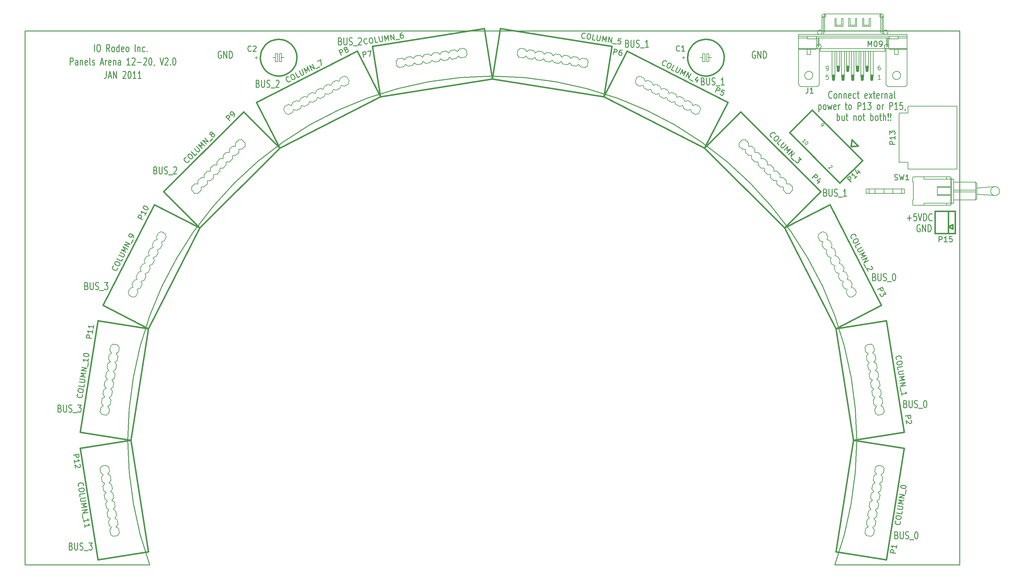
<source format=gto>
G04 (created by PCBNEW-RS274X (2010-03-14)-final) date Fri 28 Jan 2011 02:53:33 PM PST*
G01*
G70*
G90*
%MOIN*%
G04 Gerber Fmt 3.4, Leading zero omitted, Abs format*
%FSLAX34Y34*%
G04 APERTURE LIST*
%ADD10C,0.006000*%
%ADD11C,0.010000*%
%ADD12C,0.009000*%
%ADD13C,0.015000*%
%ADD14C,0.008000*%
%ADD15C,0.032000*%
%ADD16C,0.005000*%
%ADD17C,0.006700*%
G04 APERTURE END LIST*
G54D10*
G54D11*
X96165Y-15498D02*
X96136Y-15536D01*
X96050Y-15574D01*
X95993Y-15574D01*
X95908Y-15536D01*
X95850Y-15460D01*
X95822Y-15383D01*
X95793Y-15231D01*
X95793Y-15117D01*
X95822Y-14964D01*
X95850Y-14888D01*
X95908Y-14812D01*
X95993Y-14774D01*
X96050Y-14774D01*
X96136Y-14812D01*
X96165Y-14850D01*
X96508Y-15574D02*
X96450Y-15536D01*
X96422Y-15498D01*
X96393Y-15421D01*
X96393Y-15193D01*
X96422Y-15117D01*
X96450Y-15079D01*
X96508Y-15040D01*
X96593Y-15040D01*
X96650Y-15079D01*
X96679Y-15117D01*
X96708Y-15193D01*
X96708Y-15421D01*
X96679Y-15498D01*
X96650Y-15536D01*
X96593Y-15574D01*
X96508Y-15574D01*
X96965Y-15040D02*
X96965Y-15574D01*
X96965Y-15117D02*
X96993Y-15079D01*
X97051Y-15040D01*
X97136Y-15040D01*
X97193Y-15079D01*
X97222Y-15155D01*
X97222Y-15574D01*
X97508Y-15040D02*
X97508Y-15574D01*
X97508Y-15117D02*
X97536Y-15079D01*
X97594Y-15040D01*
X97679Y-15040D01*
X97736Y-15079D01*
X97765Y-15155D01*
X97765Y-15574D01*
X98279Y-15536D02*
X98222Y-15574D01*
X98108Y-15574D01*
X98051Y-15536D01*
X98022Y-15460D01*
X98022Y-15155D01*
X98051Y-15079D01*
X98108Y-15040D01*
X98222Y-15040D01*
X98279Y-15079D01*
X98308Y-15155D01*
X98308Y-15231D01*
X98022Y-15307D01*
X98822Y-15536D02*
X98765Y-15574D01*
X98651Y-15574D01*
X98593Y-15536D01*
X98565Y-15498D01*
X98536Y-15421D01*
X98536Y-15193D01*
X98565Y-15117D01*
X98593Y-15079D01*
X98651Y-15040D01*
X98765Y-15040D01*
X98822Y-15079D01*
X98993Y-15040D02*
X99222Y-15040D01*
X99079Y-14774D02*
X99079Y-15460D01*
X99107Y-15536D01*
X99165Y-15574D01*
X99222Y-15574D01*
X100107Y-15536D02*
X100050Y-15574D01*
X99936Y-15574D01*
X99879Y-15536D01*
X99850Y-15460D01*
X99850Y-15155D01*
X99879Y-15079D01*
X99936Y-15040D01*
X100050Y-15040D01*
X100107Y-15079D01*
X100136Y-15155D01*
X100136Y-15231D01*
X99850Y-15307D01*
X100336Y-15574D02*
X100650Y-15040D01*
X100336Y-15040D02*
X100650Y-15574D01*
X100793Y-15040D02*
X101022Y-15040D01*
X100879Y-14774D02*
X100879Y-15460D01*
X100907Y-15536D01*
X100965Y-15574D01*
X101022Y-15574D01*
X101450Y-15536D02*
X101393Y-15574D01*
X101279Y-15574D01*
X101222Y-15536D01*
X101193Y-15460D01*
X101193Y-15155D01*
X101222Y-15079D01*
X101279Y-15040D01*
X101393Y-15040D01*
X101450Y-15079D01*
X101479Y-15155D01*
X101479Y-15231D01*
X101193Y-15307D01*
X101736Y-15574D02*
X101736Y-15040D01*
X101736Y-15193D02*
X101764Y-15117D01*
X101793Y-15079D01*
X101850Y-15040D01*
X101907Y-15040D01*
X102107Y-15040D02*
X102107Y-15574D01*
X102107Y-15117D02*
X102135Y-15079D01*
X102193Y-15040D01*
X102278Y-15040D01*
X102335Y-15079D01*
X102364Y-15155D01*
X102364Y-15574D01*
X102907Y-15574D02*
X102907Y-15155D01*
X102878Y-15079D01*
X102821Y-15040D01*
X102707Y-15040D01*
X102650Y-15079D01*
X102907Y-15536D02*
X102850Y-15574D01*
X102707Y-15574D01*
X102650Y-15536D01*
X102621Y-15460D01*
X102621Y-15383D01*
X102650Y-15307D01*
X102707Y-15269D01*
X102850Y-15269D01*
X102907Y-15231D01*
X103279Y-15574D02*
X103221Y-15536D01*
X103193Y-15460D01*
X103193Y-14774D01*
X94666Y-16280D02*
X94666Y-17080D01*
X94666Y-16319D02*
X94723Y-16280D01*
X94837Y-16280D01*
X94894Y-16319D01*
X94923Y-16357D01*
X94952Y-16433D01*
X94952Y-16661D01*
X94923Y-16738D01*
X94894Y-16776D01*
X94837Y-16814D01*
X94723Y-16814D01*
X94666Y-16776D01*
X95295Y-16814D02*
X95237Y-16776D01*
X95209Y-16738D01*
X95180Y-16661D01*
X95180Y-16433D01*
X95209Y-16357D01*
X95237Y-16319D01*
X95295Y-16280D01*
X95380Y-16280D01*
X95437Y-16319D01*
X95466Y-16357D01*
X95495Y-16433D01*
X95495Y-16661D01*
X95466Y-16738D01*
X95437Y-16776D01*
X95380Y-16814D01*
X95295Y-16814D01*
X95695Y-16280D02*
X95809Y-16814D01*
X95923Y-16433D01*
X96038Y-16814D01*
X96152Y-16280D01*
X96609Y-16776D02*
X96552Y-16814D01*
X96438Y-16814D01*
X96381Y-16776D01*
X96352Y-16700D01*
X96352Y-16395D01*
X96381Y-16319D01*
X96438Y-16280D01*
X96552Y-16280D01*
X96609Y-16319D01*
X96638Y-16395D01*
X96638Y-16471D01*
X96352Y-16547D01*
X96895Y-16814D02*
X96895Y-16280D01*
X96895Y-16433D02*
X96923Y-16357D01*
X96952Y-16319D01*
X97009Y-16280D01*
X97066Y-16280D01*
X97637Y-16280D02*
X97866Y-16280D01*
X97723Y-16014D02*
X97723Y-16700D01*
X97751Y-16776D01*
X97809Y-16814D01*
X97866Y-16814D01*
X98152Y-16814D02*
X98094Y-16776D01*
X98066Y-16738D01*
X98037Y-16661D01*
X98037Y-16433D01*
X98066Y-16357D01*
X98094Y-16319D01*
X98152Y-16280D01*
X98237Y-16280D01*
X98294Y-16319D01*
X98323Y-16357D01*
X98352Y-16433D01*
X98352Y-16661D01*
X98323Y-16738D01*
X98294Y-16776D01*
X98237Y-16814D01*
X98152Y-16814D01*
X99066Y-16814D02*
X99066Y-16014D01*
X99294Y-16014D01*
X99352Y-16052D01*
X99380Y-16090D01*
X99409Y-16166D01*
X99409Y-16280D01*
X99380Y-16357D01*
X99352Y-16395D01*
X99294Y-16433D01*
X99066Y-16433D01*
X99980Y-16814D02*
X99637Y-16814D01*
X99809Y-16814D02*
X99809Y-16014D01*
X99752Y-16128D01*
X99694Y-16204D01*
X99637Y-16242D01*
X100180Y-16014D02*
X100551Y-16014D01*
X100351Y-16319D01*
X100437Y-16319D01*
X100494Y-16357D01*
X100523Y-16395D01*
X100551Y-16471D01*
X100551Y-16661D01*
X100523Y-16738D01*
X100494Y-16776D01*
X100437Y-16814D01*
X100265Y-16814D01*
X100208Y-16776D01*
X100180Y-16738D01*
X101351Y-16814D02*
X101293Y-16776D01*
X101265Y-16738D01*
X101236Y-16661D01*
X101236Y-16433D01*
X101265Y-16357D01*
X101293Y-16319D01*
X101351Y-16280D01*
X101436Y-16280D01*
X101493Y-16319D01*
X101522Y-16357D01*
X101551Y-16433D01*
X101551Y-16661D01*
X101522Y-16738D01*
X101493Y-16776D01*
X101436Y-16814D01*
X101351Y-16814D01*
X101808Y-16814D02*
X101808Y-16280D01*
X101808Y-16433D02*
X101836Y-16357D01*
X101865Y-16319D01*
X101922Y-16280D01*
X101979Y-16280D01*
X102636Y-16814D02*
X102636Y-16014D01*
X102864Y-16014D01*
X102922Y-16052D01*
X102950Y-16090D01*
X102979Y-16166D01*
X102979Y-16280D01*
X102950Y-16357D01*
X102922Y-16395D01*
X102864Y-16433D01*
X102636Y-16433D01*
X103550Y-16814D02*
X103207Y-16814D01*
X103379Y-16814D02*
X103379Y-16014D01*
X103322Y-16128D01*
X103264Y-16204D01*
X103207Y-16242D01*
X104093Y-16014D02*
X103807Y-16014D01*
X103778Y-16395D01*
X103807Y-16357D01*
X103864Y-16319D01*
X104007Y-16319D01*
X104064Y-16357D01*
X104093Y-16395D01*
X104121Y-16471D01*
X104121Y-16661D01*
X104093Y-16738D01*
X104064Y-16776D01*
X104007Y-16814D01*
X103864Y-16814D01*
X103807Y-16776D01*
X103778Y-16738D01*
X104406Y-16776D02*
X104406Y-16814D01*
X104378Y-16890D01*
X104349Y-16928D01*
X96735Y-18054D02*
X96735Y-17254D01*
X96735Y-17559D02*
X96792Y-17520D01*
X96906Y-17520D01*
X96963Y-17559D01*
X96992Y-17597D01*
X97021Y-17673D01*
X97021Y-17901D01*
X96992Y-17978D01*
X96963Y-18016D01*
X96906Y-18054D01*
X96792Y-18054D01*
X96735Y-18016D01*
X97535Y-17520D02*
X97535Y-18054D01*
X97278Y-17520D02*
X97278Y-17940D01*
X97306Y-18016D01*
X97364Y-18054D01*
X97449Y-18054D01*
X97506Y-18016D01*
X97535Y-17978D01*
X97735Y-17520D02*
X97964Y-17520D01*
X97821Y-17254D02*
X97821Y-17940D01*
X97849Y-18016D01*
X97907Y-18054D01*
X97964Y-18054D01*
X98621Y-17520D02*
X98621Y-18054D01*
X98621Y-17597D02*
X98649Y-17559D01*
X98707Y-17520D01*
X98792Y-17520D01*
X98849Y-17559D01*
X98878Y-17635D01*
X98878Y-18054D01*
X99250Y-18054D02*
X99192Y-18016D01*
X99164Y-17978D01*
X99135Y-17901D01*
X99135Y-17673D01*
X99164Y-17597D01*
X99192Y-17559D01*
X99250Y-17520D01*
X99335Y-17520D01*
X99392Y-17559D01*
X99421Y-17597D01*
X99450Y-17673D01*
X99450Y-17901D01*
X99421Y-17978D01*
X99392Y-18016D01*
X99335Y-18054D01*
X99250Y-18054D01*
X99621Y-17520D02*
X99850Y-17520D01*
X99707Y-17254D02*
X99707Y-17940D01*
X99735Y-18016D01*
X99793Y-18054D01*
X99850Y-18054D01*
X100507Y-18054D02*
X100507Y-17254D01*
X100507Y-17559D02*
X100564Y-17520D01*
X100678Y-17520D01*
X100735Y-17559D01*
X100764Y-17597D01*
X100793Y-17673D01*
X100793Y-17901D01*
X100764Y-17978D01*
X100735Y-18016D01*
X100678Y-18054D01*
X100564Y-18054D01*
X100507Y-18016D01*
X101136Y-18054D02*
X101078Y-18016D01*
X101050Y-17978D01*
X101021Y-17901D01*
X101021Y-17673D01*
X101050Y-17597D01*
X101078Y-17559D01*
X101136Y-17520D01*
X101221Y-17520D01*
X101278Y-17559D01*
X101307Y-17597D01*
X101336Y-17673D01*
X101336Y-17901D01*
X101307Y-17978D01*
X101278Y-18016D01*
X101221Y-18054D01*
X101136Y-18054D01*
X101507Y-17520D02*
X101736Y-17520D01*
X101593Y-17254D02*
X101593Y-17940D01*
X101621Y-18016D01*
X101679Y-18054D01*
X101736Y-18054D01*
X101936Y-18054D02*
X101936Y-17254D01*
X102193Y-18054D02*
X102193Y-17635D01*
X102164Y-17559D01*
X102107Y-17520D01*
X102022Y-17520D01*
X101964Y-17559D01*
X101936Y-17597D01*
X102479Y-17978D02*
X102507Y-18016D01*
X102479Y-18054D01*
X102450Y-18016D01*
X102479Y-17978D01*
X102479Y-18054D01*
X102479Y-17749D02*
X102450Y-17292D01*
X102479Y-17254D01*
X102507Y-17292D01*
X102479Y-17749D01*
X102479Y-17254D01*
X102765Y-17978D02*
X102793Y-18016D01*
X102765Y-18054D01*
X102736Y-18016D01*
X102765Y-17978D01*
X102765Y-18054D01*
X102765Y-17749D02*
X102736Y-17292D01*
X102765Y-17254D01*
X102793Y-17292D01*
X102765Y-17749D01*
X102765Y-17254D01*
X104629Y-29019D02*
X105086Y-29019D01*
X104857Y-29324D02*
X104857Y-28714D01*
X105658Y-28524D02*
X105372Y-28524D01*
X105343Y-28905D01*
X105372Y-28867D01*
X105429Y-28829D01*
X105572Y-28829D01*
X105629Y-28867D01*
X105658Y-28905D01*
X105686Y-28981D01*
X105686Y-29171D01*
X105658Y-29248D01*
X105629Y-29286D01*
X105572Y-29324D01*
X105429Y-29324D01*
X105372Y-29286D01*
X105343Y-29248D01*
X105857Y-28524D02*
X106057Y-29324D01*
X106257Y-28524D01*
X106457Y-29324D02*
X106457Y-28524D01*
X106600Y-28524D01*
X106685Y-28562D01*
X106743Y-28638D01*
X106771Y-28714D01*
X106800Y-28867D01*
X106800Y-28981D01*
X106771Y-29133D01*
X106743Y-29210D01*
X106685Y-29286D01*
X106600Y-29324D01*
X106457Y-29324D01*
X107400Y-29248D02*
X107371Y-29286D01*
X107285Y-29324D01*
X107228Y-29324D01*
X107143Y-29286D01*
X107085Y-29210D01*
X107057Y-29133D01*
X107028Y-28981D01*
X107028Y-28867D01*
X107057Y-28714D01*
X107085Y-28638D01*
X107143Y-28562D01*
X107228Y-28524D01*
X107285Y-28524D01*
X107371Y-28562D01*
X107400Y-28600D01*
X106043Y-29812D02*
X105986Y-29774D01*
X105900Y-29774D01*
X105815Y-29812D01*
X105757Y-29888D01*
X105729Y-29964D01*
X105700Y-30117D01*
X105700Y-30231D01*
X105729Y-30383D01*
X105757Y-30460D01*
X105815Y-30536D01*
X105900Y-30574D01*
X105957Y-30574D01*
X106043Y-30536D01*
X106072Y-30498D01*
X106072Y-30231D01*
X105957Y-30231D01*
X106329Y-30574D02*
X106329Y-29774D01*
X106672Y-30574D01*
X106672Y-29774D01*
X106958Y-30574D02*
X106958Y-29774D01*
X107101Y-29774D01*
X107186Y-29812D01*
X107244Y-29888D01*
X107272Y-29964D01*
X107301Y-30117D01*
X107301Y-30231D01*
X107272Y-30383D01*
X107244Y-30460D01*
X107186Y-30536D01*
X107101Y-30574D01*
X106958Y-30574D01*
X87543Y-10312D02*
X87486Y-10274D01*
X87400Y-10274D01*
X87315Y-10312D01*
X87257Y-10388D01*
X87229Y-10464D01*
X87200Y-10617D01*
X87200Y-10731D01*
X87229Y-10883D01*
X87257Y-10960D01*
X87315Y-11036D01*
X87400Y-11074D01*
X87457Y-11074D01*
X87543Y-11036D01*
X87572Y-10998D01*
X87572Y-10731D01*
X87457Y-10731D01*
X87829Y-11074D02*
X87829Y-10274D01*
X88172Y-11074D01*
X88172Y-10274D01*
X88458Y-11074D02*
X88458Y-10274D01*
X88601Y-10274D01*
X88686Y-10312D01*
X88744Y-10388D01*
X88772Y-10464D01*
X88801Y-10617D01*
X88801Y-10731D01*
X88772Y-10883D01*
X88744Y-10960D01*
X88686Y-11036D01*
X88601Y-11074D01*
X88458Y-11074D01*
X27543Y-10312D02*
X27486Y-10274D01*
X27400Y-10274D01*
X27315Y-10312D01*
X27257Y-10388D01*
X27229Y-10464D01*
X27200Y-10617D01*
X27200Y-10731D01*
X27229Y-10883D01*
X27257Y-10960D01*
X27315Y-11036D01*
X27400Y-11074D01*
X27457Y-11074D01*
X27543Y-11036D01*
X27572Y-10998D01*
X27572Y-10731D01*
X27457Y-10731D01*
X27829Y-11074D02*
X27829Y-10274D01*
X28172Y-11074D01*
X28172Y-10274D01*
X28458Y-11074D02*
X28458Y-10274D01*
X28601Y-10274D01*
X28686Y-10312D01*
X28744Y-10388D01*
X28772Y-10464D01*
X28801Y-10617D01*
X28801Y-10731D01*
X28772Y-10883D01*
X28744Y-10960D01*
X28686Y-11036D01*
X28601Y-11074D01*
X28458Y-11074D01*
X14644Y-12524D02*
X14644Y-13095D01*
X14616Y-13210D01*
X14559Y-13286D01*
X14473Y-13324D01*
X14416Y-13324D01*
X14901Y-13095D02*
X15187Y-13095D01*
X14844Y-13324D02*
X15044Y-12524D01*
X15244Y-13324D01*
X15444Y-13324D02*
X15444Y-12524D01*
X15787Y-13324D01*
X15787Y-12524D01*
X16501Y-12600D02*
X16530Y-12562D01*
X16587Y-12524D01*
X16730Y-12524D01*
X16787Y-12562D01*
X16816Y-12600D01*
X16844Y-12676D01*
X16844Y-12752D01*
X16816Y-12867D01*
X16473Y-13324D01*
X16844Y-13324D01*
X17215Y-12524D02*
X17272Y-12524D01*
X17329Y-12562D01*
X17358Y-12600D01*
X17387Y-12676D01*
X17415Y-12829D01*
X17415Y-13019D01*
X17387Y-13171D01*
X17358Y-13248D01*
X17329Y-13286D01*
X17272Y-13324D01*
X17215Y-13324D01*
X17158Y-13286D01*
X17129Y-13248D01*
X17101Y-13171D01*
X17072Y-13019D01*
X17072Y-12829D01*
X17101Y-12676D01*
X17129Y-12600D01*
X17158Y-12562D01*
X17215Y-12524D01*
X17986Y-13324D02*
X17643Y-13324D01*
X17815Y-13324D02*
X17815Y-12524D01*
X17758Y-12638D01*
X17700Y-12714D01*
X17643Y-12752D01*
X18557Y-13324D02*
X18214Y-13324D01*
X18386Y-13324D02*
X18386Y-12524D01*
X18329Y-12638D01*
X18271Y-12714D01*
X18214Y-12752D01*
X10679Y-65905D02*
X10765Y-65943D01*
X10793Y-65981D01*
X10822Y-66057D01*
X10822Y-66171D01*
X10793Y-66248D01*
X10765Y-66286D01*
X10707Y-66324D01*
X10479Y-66324D01*
X10479Y-65524D01*
X10679Y-65524D01*
X10736Y-65562D01*
X10765Y-65600D01*
X10793Y-65676D01*
X10793Y-65752D01*
X10765Y-65829D01*
X10736Y-65867D01*
X10679Y-65905D01*
X10479Y-65905D01*
X11079Y-65524D02*
X11079Y-66171D01*
X11107Y-66248D01*
X11136Y-66286D01*
X11193Y-66324D01*
X11307Y-66324D01*
X11365Y-66286D01*
X11393Y-66248D01*
X11422Y-66171D01*
X11422Y-65524D01*
X11679Y-66286D02*
X11765Y-66324D01*
X11908Y-66324D01*
X11965Y-66286D01*
X11994Y-66248D01*
X12022Y-66171D01*
X12022Y-66095D01*
X11994Y-66019D01*
X11965Y-65981D01*
X11908Y-65943D01*
X11794Y-65905D01*
X11736Y-65867D01*
X11708Y-65829D01*
X11679Y-65752D01*
X11679Y-65676D01*
X11708Y-65600D01*
X11736Y-65562D01*
X11794Y-65524D01*
X11936Y-65524D01*
X12022Y-65562D01*
X12136Y-66400D02*
X12593Y-66400D01*
X12679Y-65524D02*
X13050Y-65524D01*
X12850Y-65829D01*
X12936Y-65829D01*
X12993Y-65867D01*
X13022Y-65905D01*
X13050Y-65981D01*
X13050Y-66171D01*
X13022Y-66248D01*
X12993Y-66286D01*
X12936Y-66324D01*
X12764Y-66324D01*
X12707Y-66286D01*
X12679Y-66248D01*
X12429Y-36655D02*
X12515Y-36693D01*
X12543Y-36731D01*
X12572Y-36807D01*
X12572Y-36921D01*
X12543Y-36998D01*
X12515Y-37036D01*
X12457Y-37074D01*
X12229Y-37074D01*
X12229Y-36274D01*
X12429Y-36274D01*
X12486Y-36312D01*
X12515Y-36350D01*
X12543Y-36426D01*
X12543Y-36502D01*
X12515Y-36579D01*
X12486Y-36617D01*
X12429Y-36655D01*
X12229Y-36655D01*
X12829Y-36274D02*
X12829Y-36921D01*
X12857Y-36998D01*
X12886Y-37036D01*
X12943Y-37074D01*
X13057Y-37074D01*
X13115Y-37036D01*
X13143Y-36998D01*
X13172Y-36921D01*
X13172Y-36274D01*
X13429Y-37036D02*
X13515Y-37074D01*
X13658Y-37074D01*
X13715Y-37036D01*
X13744Y-36998D01*
X13772Y-36921D01*
X13772Y-36845D01*
X13744Y-36769D01*
X13715Y-36731D01*
X13658Y-36693D01*
X13544Y-36655D01*
X13486Y-36617D01*
X13458Y-36579D01*
X13429Y-36502D01*
X13429Y-36426D01*
X13458Y-36350D01*
X13486Y-36312D01*
X13544Y-36274D01*
X13686Y-36274D01*
X13772Y-36312D01*
X13886Y-37150D02*
X14343Y-37150D01*
X14429Y-36274D02*
X14800Y-36274D01*
X14600Y-36579D01*
X14686Y-36579D01*
X14743Y-36617D01*
X14772Y-36655D01*
X14800Y-36731D01*
X14800Y-36921D01*
X14772Y-36998D01*
X14743Y-37036D01*
X14686Y-37074D01*
X14514Y-37074D01*
X14457Y-37036D01*
X14429Y-36998D01*
X20179Y-23655D02*
X20265Y-23693D01*
X20293Y-23731D01*
X20322Y-23807D01*
X20322Y-23921D01*
X20293Y-23998D01*
X20265Y-24036D01*
X20207Y-24074D01*
X19979Y-24074D01*
X19979Y-23274D01*
X20179Y-23274D01*
X20236Y-23312D01*
X20265Y-23350D01*
X20293Y-23426D01*
X20293Y-23502D01*
X20265Y-23579D01*
X20236Y-23617D01*
X20179Y-23655D01*
X19979Y-23655D01*
X20579Y-23274D02*
X20579Y-23921D01*
X20607Y-23998D01*
X20636Y-24036D01*
X20693Y-24074D01*
X20807Y-24074D01*
X20865Y-24036D01*
X20893Y-23998D01*
X20922Y-23921D01*
X20922Y-23274D01*
X21179Y-24036D02*
X21265Y-24074D01*
X21408Y-24074D01*
X21465Y-24036D01*
X21494Y-23998D01*
X21522Y-23921D01*
X21522Y-23845D01*
X21494Y-23769D01*
X21465Y-23731D01*
X21408Y-23693D01*
X21294Y-23655D01*
X21236Y-23617D01*
X21208Y-23579D01*
X21179Y-23502D01*
X21179Y-23426D01*
X21208Y-23350D01*
X21236Y-23312D01*
X21294Y-23274D01*
X21436Y-23274D01*
X21522Y-23312D01*
X21636Y-24150D02*
X22093Y-24150D01*
X22207Y-23350D02*
X22236Y-23312D01*
X22293Y-23274D01*
X22436Y-23274D01*
X22493Y-23312D01*
X22522Y-23350D01*
X22550Y-23426D01*
X22550Y-23502D01*
X22522Y-23617D01*
X22179Y-24074D01*
X22550Y-24074D01*
X40929Y-09155D02*
X41015Y-09193D01*
X41043Y-09231D01*
X41072Y-09307D01*
X41072Y-09421D01*
X41043Y-09498D01*
X41015Y-09536D01*
X40957Y-09574D01*
X40729Y-09574D01*
X40729Y-08774D01*
X40929Y-08774D01*
X40986Y-08812D01*
X41015Y-08850D01*
X41043Y-08926D01*
X41043Y-09002D01*
X41015Y-09079D01*
X40986Y-09117D01*
X40929Y-09155D01*
X40729Y-09155D01*
X41329Y-08774D02*
X41329Y-09421D01*
X41357Y-09498D01*
X41386Y-09536D01*
X41443Y-09574D01*
X41557Y-09574D01*
X41615Y-09536D01*
X41643Y-09498D01*
X41672Y-09421D01*
X41672Y-08774D01*
X41929Y-09536D02*
X42015Y-09574D01*
X42158Y-09574D01*
X42215Y-09536D01*
X42244Y-09498D01*
X42272Y-09421D01*
X42272Y-09345D01*
X42244Y-09269D01*
X42215Y-09231D01*
X42158Y-09193D01*
X42044Y-09155D01*
X41986Y-09117D01*
X41958Y-09079D01*
X41929Y-09002D01*
X41929Y-08926D01*
X41958Y-08850D01*
X41986Y-08812D01*
X42044Y-08774D01*
X42186Y-08774D01*
X42272Y-08812D01*
X42386Y-09650D02*
X42843Y-09650D01*
X42957Y-08850D02*
X42986Y-08812D01*
X43043Y-08774D01*
X43186Y-08774D01*
X43243Y-08812D01*
X43272Y-08850D01*
X43300Y-08926D01*
X43300Y-09002D01*
X43272Y-09117D01*
X42929Y-09574D01*
X43300Y-09574D01*
X73179Y-09405D02*
X73265Y-09443D01*
X73293Y-09481D01*
X73322Y-09557D01*
X73322Y-09671D01*
X73293Y-09748D01*
X73265Y-09786D01*
X73207Y-09824D01*
X72979Y-09824D01*
X72979Y-09024D01*
X73179Y-09024D01*
X73236Y-09062D01*
X73265Y-09100D01*
X73293Y-09176D01*
X73293Y-09252D01*
X73265Y-09329D01*
X73236Y-09367D01*
X73179Y-09405D01*
X72979Y-09405D01*
X73579Y-09024D02*
X73579Y-09671D01*
X73607Y-09748D01*
X73636Y-09786D01*
X73693Y-09824D01*
X73807Y-09824D01*
X73865Y-09786D01*
X73893Y-09748D01*
X73922Y-09671D01*
X73922Y-09024D01*
X74179Y-09786D02*
X74265Y-09824D01*
X74408Y-09824D01*
X74465Y-09786D01*
X74494Y-09748D01*
X74522Y-09671D01*
X74522Y-09595D01*
X74494Y-09519D01*
X74465Y-09481D01*
X74408Y-09443D01*
X74294Y-09405D01*
X74236Y-09367D01*
X74208Y-09329D01*
X74179Y-09252D01*
X74179Y-09176D01*
X74208Y-09100D01*
X74236Y-09062D01*
X74294Y-09024D01*
X74436Y-09024D01*
X74522Y-09062D01*
X74636Y-09900D02*
X75093Y-09900D01*
X75550Y-09824D02*
X75207Y-09824D01*
X75379Y-09824D02*
X75379Y-09024D01*
X75322Y-09138D01*
X75264Y-09214D01*
X75207Y-09252D01*
X95429Y-26155D02*
X95515Y-26193D01*
X95543Y-26231D01*
X95572Y-26307D01*
X95572Y-26421D01*
X95543Y-26498D01*
X95515Y-26536D01*
X95457Y-26574D01*
X95229Y-26574D01*
X95229Y-25774D01*
X95429Y-25774D01*
X95486Y-25812D01*
X95515Y-25850D01*
X95543Y-25926D01*
X95543Y-26002D01*
X95515Y-26079D01*
X95486Y-26117D01*
X95429Y-26155D01*
X95229Y-26155D01*
X95829Y-25774D02*
X95829Y-26421D01*
X95857Y-26498D01*
X95886Y-26536D01*
X95943Y-26574D01*
X96057Y-26574D01*
X96115Y-26536D01*
X96143Y-26498D01*
X96172Y-26421D01*
X96172Y-25774D01*
X96429Y-26536D02*
X96515Y-26574D01*
X96658Y-26574D01*
X96715Y-26536D01*
X96744Y-26498D01*
X96772Y-26421D01*
X96772Y-26345D01*
X96744Y-26269D01*
X96715Y-26231D01*
X96658Y-26193D01*
X96544Y-26155D01*
X96486Y-26117D01*
X96458Y-26079D01*
X96429Y-26002D01*
X96429Y-25926D01*
X96458Y-25850D01*
X96486Y-25812D01*
X96544Y-25774D01*
X96686Y-25774D01*
X96772Y-25812D01*
X96886Y-26650D02*
X97343Y-26650D01*
X97800Y-26574D02*
X97457Y-26574D01*
X97629Y-26574D02*
X97629Y-25774D01*
X97572Y-25888D01*
X97514Y-25964D01*
X97457Y-26002D01*
X100929Y-35655D02*
X101015Y-35693D01*
X101043Y-35731D01*
X101072Y-35807D01*
X101072Y-35921D01*
X101043Y-35998D01*
X101015Y-36036D01*
X100957Y-36074D01*
X100729Y-36074D01*
X100729Y-35274D01*
X100929Y-35274D01*
X100986Y-35312D01*
X101015Y-35350D01*
X101043Y-35426D01*
X101043Y-35502D01*
X101015Y-35579D01*
X100986Y-35617D01*
X100929Y-35655D01*
X100729Y-35655D01*
X101329Y-35274D02*
X101329Y-35921D01*
X101357Y-35998D01*
X101386Y-36036D01*
X101443Y-36074D01*
X101557Y-36074D01*
X101615Y-36036D01*
X101643Y-35998D01*
X101672Y-35921D01*
X101672Y-35274D01*
X101929Y-36036D02*
X102015Y-36074D01*
X102158Y-36074D01*
X102215Y-36036D01*
X102244Y-35998D01*
X102272Y-35921D01*
X102272Y-35845D01*
X102244Y-35769D01*
X102215Y-35731D01*
X102158Y-35693D01*
X102044Y-35655D01*
X101986Y-35617D01*
X101958Y-35579D01*
X101929Y-35502D01*
X101929Y-35426D01*
X101958Y-35350D01*
X101986Y-35312D01*
X102044Y-35274D01*
X102186Y-35274D01*
X102272Y-35312D01*
X102386Y-36150D02*
X102843Y-36150D01*
X103100Y-35274D02*
X103157Y-35274D01*
X103214Y-35312D01*
X103243Y-35350D01*
X103272Y-35426D01*
X103300Y-35579D01*
X103300Y-35769D01*
X103272Y-35921D01*
X103243Y-35998D01*
X103214Y-36036D01*
X103157Y-36074D01*
X103100Y-36074D01*
X103043Y-36036D01*
X103014Y-35998D01*
X102986Y-35921D01*
X102957Y-35769D01*
X102957Y-35579D01*
X102986Y-35426D01*
X103014Y-35350D01*
X103043Y-35312D01*
X103100Y-35274D01*
X103429Y-64655D02*
X103515Y-64693D01*
X103543Y-64731D01*
X103572Y-64807D01*
X103572Y-64921D01*
X103543Y-64998D01*
X103515Y-65036D01*
X103457Y-65074D01*
X103229Y-65074D01*
X103229Y-64274D01*
X103429Y-64274D01*
X103486Y-64312D01*
X103515Y-64350D01*
X103543Y-64426D01*
X103543Y-64502D01*
X103515Y-64579D01*
X103486Y-64617D01*
X103429Y-64655D01*
X103229Y-64655D01*
X103829Y-64274D02*
X103829Y-64921D01*
X103857Y-64998D01*
X103886Y-65036D01*
X103943Y-65074D01*
X104057Y-65074D01*
X104115Y-65036D01*
X104143Y-64998D01*
X104172Y-64921D01*
X104172Y-64274D01*
X104429Y-65036D02*
X104515Y-65074D01*
X104658Y-65074D01*
X104715Y-65036D01*
X104744Y-64998D01*
X104772Y-64921D01*
X104772Y-64845D01*
X104744Y-64769D01*
X104715Y-64731D01*
X104658Y-64693D01*
X104544Y-64655D01*
X104486Y-64617D01*
X104458Y-64579D01*
X104429Y-64502D01*
X104429Y-64426D01*
X104458Y-64350D01*
X104486Y-64312D01*
X104544Y-64274D01*
X104686Y-64274D01*
X104772Y-64312D01*
X104886Y-65150D02*
X105343Y-65150D01*
X105600Y-64274D02*
X105657Y-64274D01*
X105714Y-64312D01*
X105743Y-64350D01*
X105772Y-64426D01*
X105800Y-64579D01*
X105800Y-64769D01*
X105772Y-64921D01*
X105743Y-64998D01*
X105714Y-65036D01*
X105657Y-65074D01*
X105600Y-65074D01*
X105543Y-65036D01*
X105514Y-64998D01*
X105486Y-64921D01*
X105457Y-64769D01*
X105457Y-64579D01*
X105486Y-64426D01*
X105514Y-64350D01*
X105543Y-64312D01*
X105600Y-64274D01*
G54D12*
X110500Y-68000D02*
X96474Y-68000D01*
X05500Y-68000D02*
X19526Y-68000D01*
X96472Y-68002D02*
X97546Y-64596D01*
X98319Y-61109D01*
X98786Y-57568D01*
X98942Y-54000D01*
X98786Y-50432D01*
X98319Y-46891D01*
X97546Y-43404D01*
X96472Y-39998D01*
X95106Y-36698D01*
X93456Y-33529D01*
X91537Y-30517D01*
X89363Y-27683D01*
X86950Y-25050D01*
X84317Y-22637D01*
X81483Y-20463D01*
X78471Y-18544D01*
X75302Y-16894D01*
X72002Y-15528D01*
X68596Y-14454D01*
X65109Y-13681D01*
X61568Y-13214D01*
X58000Y-13058D01*
X54432Y-13214D01*
X50891Y-13681D01*
X47404Y-14454D01*
X43998Y-15528D01*
X40698Y-16894D01*
X37529Y-18544D01*
X34517Y-20463D01*
X31683Y-22637D01*
X29050Y-25050D01*
X26637Y-27683D01*
X24463Y-30517D01*
X22544Y-33529D01*
X20894Y-36698D01*
X19528Y-39998D01*
X18454Y-43404D01*
X17681Y-46891D01*
X17214Y-50432D01*
X17058Y-54000D01*
X17214Y-57568D01*
X17681Y-61109D01*
X18454Y-64596D01*
X19528Y-68002D01*
X110500Y-08000D02*
X110500Y-68000D01*
X05500Y-08000D02*
X110500Y-08000D01*
X05500Y-68000D02*
X05500Y-08000D01*
G54D11*
X13314Y-10324D02*
X13314Y-09524D01*
X13714Y-09524D02*
X13828Y-09524D01*
X13886Y-09562D01*
X13943Y-09638D01*
X13971Y-09790D01*
X13971Y-10057D01*
X13943Y-10210D01*
X13886Y-10286D01*
X13828Y-10324D01*
X13714Y-10324D01*
X13657Y-10286D01*
X13600Y-10210D01*
X13571Y-10057D01*
X13571Y-09790D01*
X13600Y-09638D01*
X13657Y-09562D01*
X13714Y-09524D01*
X15029Y-10324D02*
X14829Y-09943D01*
X14686Y-10324D02*
X14686Y-09524D01*
X14914Y-09524D01*
X14972Y-09562D01*
X15000Y-09600D01*
X15029Y-09676D01*
X15029Y-09790D01*
X15000Y-09867D01*
X14972Y-09905D01*
X14914Y-09943D01*
X14686Y-09943D01*
X15372Y-10324D02*
X15314Y-10286D01*
X15286Y-10248D01*
X15257Y-10171D01*
X15257Y-09943D01*
X15286Y-09867D01*
X15314Y-09829D01*
X15372Y-09790D01*
X15457Y-09790D01*
X15514Y-09829D01*
X15543Y-09867D01*
X15572Y-09943D01*
X15572Y-10171D01*
X15543Y-10248D01*
X15514Y-10286D01*
X15457Y-10324D01*
X15372Y-10324D01*
X16086Y-10324D02*
X16086Y-09524D01*
X16086Y-10286D02*
X16029Y-10324D01*
X15915Y-10324D01*
X15857Y-10286D01*
X15829Y-10248D01*
X15800Y-10171D01*
X15800Y-09943D01*
X15829Y-09867D01*
X15857Y-09829D01*
X15915Y-09790D01*
X16029Y-09790D01*
X16086Y-09829D01*
X16600Y-10286D02*
X16543Y-10324D01*
X16429Y-10324D01*
X16372Y-10286D01*
X16343Y-10210D01*
X16343Y-09905D01*
X16372Y-09829D01*
X16429Y-09790D01*
X16543Y-09790D01*
X16600Y-09829D01*
X16629Y-09905D01*
X16629Y-09981D01*
X16343Y-10057D01*
X16972Y-10324D02*
X16914Y-10286D01*
X16886Y-10248D01*
X16857Y-10171D01*
X16857Y-09943D01*
X16886Y-09867D01*
X16914Y-09829D01*
X16972Y-09790D01*
X17057Y-09790D01*
X17114Y-09829D01*
X17143Y-09867D01*
X17172Y-09943D01*
X17172Y-10171D01*
X17143Y-10248D01*
X17114Y-10286D01*
X17057Y-10324D01*
X16972Y-10324D01*
X17886Y-10324D02*
X17886Y-09524D01*
X18172Y-09790D02*
X18172Y-10324D01*
X18172Y-09867D02*
X18200Y-09829D01*
X18258Y-09790D01*
X18343Y-09790D01*
X18400Y-09829D01*
X18429Y-09905D01*
X18429Y-10324D01*
X18972Y-10286D02*
X18915Y-10324D01*
X18801Y-10324D01*
X18743Y-10286D01*
X18715Y-10248D01*
X18686Y-10171D01*
X18686Y-09943D01*
X18715Y-09867D01*
X18743Y-09829D01*
X18801Y-09790D01*
X18915Y-09790D01*
X18972Y-09829D01*
X19229Y-10248D02*
X19257Y-10286D01*
X19229Y-10324D01*
X19200Y-10286D01*
X19229Y-10248D01*
X19229Y-10324D01*
X10588Y-11824D02*
X10588Y-11024D01*
X10816Y-11024D01*
X10874Y-11062D01*
X10902Y-11100D01*
X10931Y-11176D01*
X10931Y-11290D01*
X10902Y-11367D01*
X10874Y-11405D01*
X10816Y-11443D01*
X10588Y-11443D01*
X11445Y-11824D02*
X11445Y-11405D01*
X11416Y-11329D01*
X11359Y-11290D01*
X11245Y-11290D01*
X11188Y-11329D01*
X11445Y-11786D02*
X11388Y-11824D01*
X11245Y-11824D01*
X11188Y-11786D01*
X11159Y-11710D01*
X11159Y-11633D01*
X11188Y-11557D01*
X11245Y-11519D01*
X11388Y-11519D01*
X11445Y-11481D01*
X11731Y-11290D02*
X11731Y-11824D01*
X11731Y-11367D02*
X11759Y-11329D01*
X11817Y-11290D01*
X11902Y-11290D01*
X11959Y-11329D01*
X11988Y-11405D01*
X11988Y-11824D01*
X12502Y-11786D02*
X12445Y-11824D01*
X12331Y-11824D01*
X12274Y-11786D01*
X12245Y-11710D01*
X12245Y-11405D01*
X12274Y-11329D01*
X12331Y-11290D01*
X12445Y-11290D01*
X12502Y-11329D01*
X12531Y-11405D01*
X12531Y-11481D01*
X12245Y-11557D01*
X12874Y-11824D02*
X12816Y-11786D01*
X12788Y-11710D01*
X12788Y-11024D01*
X13073Y-11786D02*
X13130Y-11824D01*
X13245Y-11824D01*
X13302Y-11786D01*
X13330Y-11710D01*
X13330Y-11671D01*
X13302Y-11595D01*
X13245Y-11557D01*
X13159Y-11557D01*
X13102Y-11519D01*
X13073Y-11443D01*
X13073Y-11405D01*
X13102Y-11329D01*
X13159Y-11290D01*
X13245Y-11290D01*
X13302Y-11329D01*
X14016Y-11595D02*
X14302Y-11595D01*
X13959Y-11824D02*
X14159Y-11024D01*
X14359Y-11824D01*
X14559Y-11824D02*
X14559Y-11290D01*
X14559Y-11443D02*
X14587Y-11367D01*
X14616Y-11329D01*
X14673Y-11290D01*
X14730Y-11290D01*
X15158Y-11786D02*
X15101Y-11824D01*
X14987Y-11824D01*
X14930Y-11786D01*
X14901Y-11710D01*
X14901Y-11405D01*
X14930Y-11329D01*
X14987Y-11290D01*
X15101Y-11290D01*
X15158Y-11329D01*
X15187Y-11405D01*
X15187Y-11481D01*
X14901Y-11557D01*
X15444Y-11290D02*
X15444Y-11824D01*
X15444Y-11367D02*
X15472Y-11329D01*
X15530Y-11290D01*
X15615Y-11290D01*
X15672Y-11329D01*
X15701Y-11405D01*
X15701Y-11824D01*
X16244Y-11824D02*
X16244Y-11405D01*
X16215Y-11329D01*
X16158Y-11290D01*
X16044Y-11290D01*
X15987Y-11329D01*
X16244Y-11786D02*
X16187Y-11824D01*
X16044Y-11824D01*
X15987Y-11786D01*
X15958Y-11710D01*
X15958Y-11633D01*
X15987Y-11557D01*
X16044Y-11519D01*
X16187Y-11519D01*
X16244Y-11481D01*
X17301Y-11824D02*
X16958Y-11824D01*
X17130Y-11824D02*
X17130Y-11024D01*
X17073Y-11138D01*
X17015Y-11214D01*
X16958Y-11252D01*
X17529Y-11100D02*
X17558Y-11062D01*
X17615Y-11024D01*
X17758Y-11024D01*
X17815Y-11062D01*
X17844Y-11100D01*
X17872Y-11176D01*
X17872Y-11252D01*
X17844Y-11367D01*
X17501Y-11824D01*
X17872Y-11824D01*
X18129Y-11519D02*
X18586Y-11519D01*
X18843Y-11100D02*
X18872Y-11062D01*
X18929Y-11024D01*
X19072Y-11024D01*
X19129Y-11062D01*
X19158Y-11100D01*
X19186Y-11176D01*
X19186Y-11252D01*
X19158Y-11367D01*
X18815Y-11824D01*
X19186Y-11824D01*
X19557Y-11024D02*
X19614Y-11024D01*
X19671Y-11062D01*
X19700Y-11100D01*
X19729Y-11176D01*
X19757Y-11329D01*
X19757Y-11519D01*
X19729Y-11671D01*
X19700Y-11748D01*
X19671Y-11786D01*
X19614Y-11824D01*
X19557Y-11824D01*
X19500Y-11786D01*
X19471Y-11748D01*
X19443Y-11671D01*
X19414Y-11519D01*
X19414Y-11329D01*
X19443Y-11176D01*
X19471Y-11100D01*
X19500Y-11062D01*
X19557Y-11024D01*
X20042Y-11786D02*
X20042Y-11824D01*
X20014Y-11900D01*
X19985Y-11938D01*
X20671Y-11024D02*
X20871Y-11824D01*
X21071Y-11024D01*
X21242Y-11100D02*
X21271Y-11062D01*
X21328Y-11024D01*
X21471Y-11024D01*
X21528Y-11062D01*
X21557Y-11100D01*
X21585Y-11176D01*
X21585Y-11252D01*
X21557Y-11367D01*
X21214Y-11824D01*
X21585Y-11824D01*
X21842Y-11748D02*
X21870Y-11786D01*
X21842Y-11824D01*
X21813Y-11786D01*
X21842Y-11748D01*
X21842Y-11824D01*
X22242Y-11024D02*
X22299Y-11024D01*
X22356Y-11062D01*
X22385Y-11100D01*
X22414Y-11176D01*
X22442Y-11329D01*
X22442Y-11519D01*
X22414Y-11671D01*
X22385Y-11748D01*
X22356Y-11786D01*
X22299Y-11824D01*
X22242Y-11824D01*
X22185Y-11786D01*
X22156Y-11748D01*
X22128Y-11671D01*
X22099Y-11519D01*
X22099Y-11329D01*
X22128Y-11176D01*
X22156Y-11100D01*
X22185Y-11062D01*
X22242Y-11024D01*
X104429Y-49905D02*
X104515Y-49943D01*
X104543Y-49981D01*
X104572Y-50057D01*
X104572Y-50171D01*
X104543Y-50248D01*
X104515Y-50286D01*
X104457Y-50324D01*
X104229Y-50324D01*
X104229Y-49524D01*
X104429Y-49524D01*
X104486Y-49562D01*
X104515Y-49600D01*
X104543Y-49676D01*
X104543Y-49752D01*
X104515Y-49829D01*
X104486Y-49867D01*
X104429Y-49905D01*
X104229Y-49905D01*
X104829Y-49524D02*
X104829Y-50171D01*
X104857Y-50248D01*
X104886Y-50286D01*
X104943Y-50324D01*
X105057Y-50324D01*
X105115Y-50286D01*
X105143Y-50248D01*
X105172Y-50171D01*
X105172Y-49524D01*
X105429Y-50286D02*
X105515Y-50324D01*
X105658Y-50324D01*
X105715Y-50286D01*
X105744Y-50248D01*
X105772Y-50171D01*
X105772Y-50095D01*
X105744Y-50019D01*
X105715Y-49981D01*
X105658Y-49943D01*
X105544Y-49905D01*
X105486Y-49867D01*
X105458Y-49829D01*
X105429Y-49752D01*
X105429Y-49676D01*
X105458Y-49600D01*
X105486Y-49562D01*
X105544Y-49524D01*
X105686Y-49524D01*
X105772Y-49562D01*
X105886Y-50400D02*
X106343Y-50400D01*
X106600Y-49524D02*
X106657Y-49524D01*
X106714Y-49562D01*
X106743Y-49600D01*
X106772Y-49676D01*
X106800Y-49829D01*
X106800Y-50019D01*
X106772Y-50171D01*
X106743Y-50248D01*
X106714Y-50286D01*
X106657Y-50324D01*
X106600Y-50324D01*
X106543Y-50286D01*
X106514Y-50248D01*
X106486Y-50171D01*
X106457Y-50019D01*
X106457Y-49829D01*
X106486Y-49676D01*
X106514Y-49600D01*
X106543Y-49562D01*
X106600Y-49524D01*
X81679Y-13655D02*
X81765Y-13693D01*
X81793Y-13731D01*
X81822Y-13807D01*
X81822Y-13921D01*
X81793Y-13998D01*
X81765Y-14036D01*
X81707Y-14074D01*
X81479Y-14074D01*
X81479Y-13274D01*
X81679Y-13274D01*
X81736Y-13312D01*
X81765Y-13350D01*
X81793Y-13426D01*
X81793Y-13502D01*
X81765Y-13579D01*
X81736Y-13617D01*
X81679Y-13655D01*
X81479Y-13655D01*
X82079Y-13274D02*
X82079Y-13921D01*
X82107Y-13998D01*
X82136Y-14036D01*
X82193Y-14074D01*
X82307Y-14074D01*
X82365Y-14036D01*
X82393Y-13998D01*
X82422Y-13921D01*
X82422Y-13274D01*
X82679Y-14036D02*
X82765Y-14074D01*
X82908Y-14074D01*
X82965Y-14036D01*
X82994Y-13998D01*
X83022Y-13921D01*
X83022Y-13845D01*
X82994Y-13769D01*
X82965Y-13731D01*
X82908Y-13693D01*
X82794Y-13655D01*
X82736Y-13617D01*
X82708Y-13579D01*
X82679Y-13502D01*
X82679Y-13426D01*
X82708Y-13350D01*
X82736Y-13312D01*
X82794Y-13274D01*
X82936Y-13274D01*
X83022Y-13312D01*
X83136Y-14150D02*
X83593Y-14150D01*
X84050Y-14074D02*
X83707Y-14074D01*
X83879Y-14074D02*
X83879Y-13274D01*
X83822Y-13388D01*
X83764Y-13464D01*
X83707Y-13502D01*
X31679Y-13905D02*
X31765Y-13943D01*
X31793Y-13981D01*
X31822Y-14057D01*
X31822Y-14171D01*
X31793Y-14248D01*
X31765Y-14286D01*
X31707Y-14324D01*
X31479Y-14324D01*
X31479Y-13524D01*
X31679Y-13524D01*
X31736Y-13562D01*
X31765Y-13600D01*
X31793Y-13676D01*
X31793Y-13752D01*
X31765Y-13829D01*
X31736Y-13867D01*
X31679Y-13905D01*
X31479Y-13905D01*
X32079Y-13524D02*
X32079Y-14171D01*
X32107Y-14248D01*
X32136Y-14286D01*
X32193Y-14324D01*
X32307Y-14324D01*
X32365Y-14286D01*
X32393Y-14248D01*
X32422Y-14171D01*
X32422Y-13524D01*
X32679Y-14286D02*
X32765Y-14324D01*
X32908Y-14324D01*
X32965Y-14286D01*
X32994Y-14248D01*
X33022Y-14171D01*
X33022Y-14095D01*
X32994Y-14019D01*
X32965Y-13981D01*
X32908Y-13943D01*
X32794Y-13905D01*
X32736Y-13867D01*
X32708Y-13829D01*
X32679Y-13752D01*
X32679Y-13676D01*
X32708Y-13600D01*
X32736Y-13562D01*
X32794Y-13524D01*
X32936Y-13524D01*
X33022Y-13562D01*
X33136Y-14400D02*
X33593Y-14400D01*
X33707Y-13600D02*
X33736Y-13562D01*
X33793Y-13524D01*
X33936Y-13524D01*
X33993Y-13562D01*
X34022Y-13600D01*
X34050Y-13676D01*
X34050Y-13752D01*
X34022Y-13867D01*
X33679Y-14324D01*
X34050Y-14324D01*
X09429Y-50405D02*
X09515Y-50443D01*
X09543Y-50481D01*
X09572Y-50557D01*
X09572Y-50671D01*
X09543Y-50748D01*
X09515Y-50786D01*
X09457Y-50824D01*
X09229Y-50824D01*
X09229Y-50024D01*
X09429Y-50024D01*
X09486Y-50062D01*
X09515Y-50100D01*
X09543Y-50176D01*
X09543Y-50252D01*
X09515Y-50329D01*
X09486Y-50367D01*
X09429Y-50405D01*
X09229Y-50405D01*
X09829Y-50024D02*
X09829Y-50671D01*
X09857Y-50748D01*
X09886Y-50786D01*
X09943Y-50824D01*
X10057Y-50824D01*
X10115Y-50786D01*
X10143Y-50748D01*
X10172Y-50671D01*
X10172Y-50024D01*
X10429Y-50786D02*
X10515Y-50824D01*
X10658Y-50824D01*
X10715Y-50786D01*
X10744Y-50748D01*
X10772Y-50671D01*
X10772Y-50595D01*
X10744Y-50519D01*
X10715Y-50481D01*
X10658Y-50443D01*
X10544Y-50405D01*
X10486Y-50367D01*
X10458Y-50329D01*
X10429Y-50252D01*
X10429Y-50176D01*
X10458Y-50100D01*
X10486Y-50062D01*
X10544Y-50024D01*
X10686Y-50024D01*
X10772Y-50062D01*
X10886Y-50900D02*
X11343Y-50900D01*
X11429Y-50024D02*
X11800Y-50024D01*
X11600Y-50329D01*
X11686Y-50329D01*
X11743Y-50367D01*
X11772Y-50405D01*
X11800Y-50481D01*
X11800Y-50671D01*
X11772Y-50748D01*
X11743Y-50786D01*
X11686Y-50824D01*
X11514Y-50824D01*
X11457Y-50786D01*
X11429Y-50748D01*
G54D13*
X97056Y-25101D02*
X99601Y-22556D01*
X99601Y-22556D02*
X93944Y-16899D01*
X93944Y-16899D02*
X91399Y-19444D01*
X91399Y-19444D02*
X97056Y-25101D01*
X98328Y-21000D02*
X99106Y-20929D01*
X99106Y-20929D02*
X98399Y-20222D01*
X98399Y-20222D02*
X98328Y-21000D01*
G54D14*
X94700Y-08800D02*
X94600Y-08800D01*
X94600Y-08800D02*
X94600Y-09750D01*
X94700Y-09750D02*
X94600Y-09750D01*
X94700Y-08800D02*
X94700Y-09750D01*
X102400Y-08800D02*
X102300Y-08800D01*
X102300Y-08800D02*
X102300Y-09750D01*
X102400Y-09750D02*
X102300Y-09750D01*
X102400Y-08800D02*
X102400Y-09750D01*
X93770Y-10000D02*
X93370Y-10000D01*
X93370Y-10000D02*
X93370Y-10650D01*
X93770Y-10650D02*
X93370Y-10650D01*
X93770Y-10000D02*
X93770Y-10650D01*
X103630Y-10000D02*
X103230Y-10000D01*
X103230Y-10000D02*
X103230Y-10650D01*
X103630Y-10650D02*
X103230Y-10650D01*
X103630Y-10000D02*
X103630Y-10650D01*
X102150Y-10000D02*
X94850Y-10000D01*
X94850Y-10000D02*
X94850Y-10300D01*
X102150Y-10300D02*
X94850Y-10300D01*
X102150Y-10000D02*
X102150Y-10300D01*
X104600Y-08400D02*
X92400Y-08400D01*
X92400Y-08400D02*
X92400Y-08600D01*
X104600Y-08600D02*
X92400Y-08600D01*
X104600Y-08400D02*
X104600Y-08600D01*
X100820Y-10300D02*
X100500Y-10300D01*
X100500Y-10300D02*
X100500Y-13150D01*
X100820Y-13150D02*
X100500Y-13150D01*
X100820Y-10300D02*
X100820Y-13150D01*
X100280Y-10300D02*
X99960Y-10300D01*
X99960Y-10300D02*
X99960Y-12150D01*
X100280Y-12150D02*
X99960Y-12150D01*
X100280Y-10300D02*
X100280Y-12150D01*
X99740Y-10300D02*
X99420Y-10300D01*
X99420Y-10300D02*
X99420Y-13150D01*
X99740Y-13150D02*
X99420Y-13150D01*
X99740Y-10300D02*
X99740Y-13150D01*
X99200Y-10300D02*
X98880Y-10300D01*
X98880Y-10300D02*
X98880Y-12150D01*
X99200Y-12150D02*
X98880Y-12150D01*
X99200Y-10300D02*
X99200Y-12150D01*
X98660Y-10300D02*
X98340Y-10300D01*
X98340Y-10300D02*
X98340Y-13150D01*
X98660Y-13150D02*
X98340Y-13150D01*
X98660Y-10300D02*
X98660Y-13150D01*
X98120Y-10300D02*
X97800Y-10300D01*
X97800Y-10300D02*
X97800Y-12150D01*
X98120Y-12150D02*
X97800Y-12150D01*
X98120Y-10300D02*
X98120Y-12150D01*
X97580Y-10300D02*
X97260Y-10300D01*
X97260Y-10300D02*
X97260Y-13150D01*
X97580Y-13150D02*
X97260Y-13150D01*
X97580Y-10300D02*
X97580Y-13150D01*
X97040Y-10300D02*
X96720Y-10300D01*
X96720Y-10300D02*
X96720Y-12150D01*
X97040Y-12150D02*
X96720Y-12150D01*
X97040Y-10300D02*
X97040Y-12150D01*
X96500Y-10300D02*
X96180Y-10300D01*
X96180Y-10300D02*
X96180Y-13150D01*
X96500Y-13150D02*
X96180Y-13150D01*
X96500Y-10300D02*
X96500Y-13150D01*
G54D10*
X95250Y-06101D02*
X95350Y-06101D01*
X95200Y-08400D02*
X95200Y-06300D01*
X95200Y-08400D02*
X101800Y-08400D01*
X101800Y-08400D02*
X101800Y-06300D01*
X92400Y-10000D02*
X94400Y-10000D01*
X92400Y-10000D02*
X92400Y-08800D01*
X92400Y-10000D02*
X92400Y-10050D01*
X92400Y-08800D02*
X93400Y-08800D01*
X92400Y-08800D02*
X92400Y-08600D01*
X92400Y-08600D02*
X92400Y-08400D01*
X104600Y-08400D02*
X104600Y-08600D01*
X104600Y-08600D02*
X104600Y-08800D01*
X104600Y-08800D02*
X104600Y-10000D01*
X104600Y-10000D02*
X104600Y-10050D01*
X93400Y-08900D02*
X94400Y-08900D01*
X92400Y-08600D02*
X93400Y-08600D01*
X93400Y-08600D02*
X94400Y-08600D01*
X93400Y-08800D02*
X93400Y-08600D01*
X93400Y-08800D02*
X93400Y-08900D01*
X94400Y-08900D02*
X94400Y-08800D01*
X94400Y-08800D02*
X94400Y-08600D01*
X92400Y-10050D02*
X94400Y-10050D01*
X94400Y-10050D02*
X94400Y-10000D01*
X94400Y-08800D02*
X94450Y-08800D01*
X94450Y-08800D02*
X102550Y-08800D01*
X94400Y-10000D02*
X94750Y-10000D01*
X94750Y-10000D02*
X94850Y-10000D01*
X94450Y-09750D02*
X94450Y-08800D01*
X94850Y-10000D02*
X94850Y-10300D01*
X94850Y-10000D02*
X102150Y-10000D01*
X94850Y-10300D02*
X102150Y-10300D01*
X102150Y-10000D02*
X102150Y-10300D01*
X102150Y-10000D02*
X102250Y-10000D01*
X102250Y-10000D02*
X102300Y-10000D01*
X102300Y-10000D02*
X102600Y-10000D01*
X102600Y-10050D02*
X104600Y-10050D01*
X103600Y-08800D02*
X103600Y-08600D01*
X103600Y-08800D02*
X104600Y-08800D01*
X103600Y-08600D02*
X104600Y-08600D01*
X102600Y-08900D02*
X103600Y-08900D01*
X103600Y-08800D02*
X103600Y-08900D01*
X94400Y-08600D02*
X102600Y-08600D01*
X102600Y-08600D02*
X103600Y-08600D01*
X102600Y-08900D02*
X102600Y-08800D01*
X102600Y-08800D02*
X102600Y-08600D01*
X102550Y-09750D02*
X102550Y-08800D01*
X102550Y-08800D02*
X102600Y-08800D01*
X92650Y-14250D02*
X92400Y-14000D01*
X92400Y-14000D02*
X92400Y-10050D01*
X94550Y-14250D02*
X92650Y-14250D01*
X94550Y-14250D02*
X94750Y-14050D01*
X94750Y-14050D02*
X94750Y-10000D01*
X102250Y-14050D02*
X102250Y-10000D01*
X102250Y-14050D02*
X102450Y-14250D01*
X102450Y-14250D02*
X104400Y-14250D01*
X104400Y-14250D02*
X104600Y-14050D01*
X104600Y-14050D02*
X104600Y-10050D01*
X100500Y-07500D02*
X99600Y-07500D01*
X99600Y-07500D02*
X99600Y-06600D01*
X99600Y-06600D02*
X99750Y-06600D01*
X99750Y-06600D02*
X99750Y-07351D01*
X99750Y-07351D02*
X100350Y-07351D01*
X100350Y-07351D02*
X100350Y-06600D01*
X100350Y-06600D02*
X100500Y-06600D01*
X100500Y-06600D02*
X100500Y-07500D01*
X98950Y-07500D02*
X98050Y-07500D01*
X98050Y-07500D02*
X98050Y-06600D01*
X98050Y-06600D02*
X98200Y-06600D01*
X98200Y-06600D02*
X98200Y-07351D01*
X98200Y-07351D02*
X98800Y-07351D01*
X98800Y-07351D02*
X98800Y-06600D01*
X98800Y-06600D02*
X98950Y-06600D01*
X98950Y-06600D02*
X98950Y-07500D01*
X97400Y-07500D02*
X96500Y-07500D01*
X96500Y-07500D02*
X96500Y-06600D01*
X96500Y-06600D02*
X96650Y-06600D01*
X96650Y-06600D02*
X96650Y-07351D01*
X96650Y-07351D02*
X97250Y-07351D01*
X97250Y-07351D02*
X97250Y-06600D01*
X97250Y-06600D02*
X97400Y-06600D01*
X97400Y-06600D02*
X97400Y-07500D01*
X102600Y-10050D02*
X102600Y-10000D01*
X102600Y-10000D02*
X104600Y-10000D01*
X101800Y-08400D02*
X102200Y-08400D01*
X102200Y-08400D02*
X104600Y-08400D01*
X101949Y-08150D02*
X101949Y-06300D01*
X92400Y-08400D02*
X94800Y-08400D01*
X94800Y-08400D02*
X95200Y-08400D01*
X95051Y-08150D02*
X95051Y-06300D01*
X101650Y-08200D02*
X101650Y-06101D01*
X101650Y-06101D02*
X101750Y-06101D01*
X95350Y-08200D02*
X95350Y-06101D01*
X95350Y-06101D02*
X101650Y-06101D01*
G54D15*
X98500Y-13450D02*
X98500Y-13050D01*
X97420Y-13450D02*
X97420Y-13050D01*
X96340Y-13450D02*
X96340Y-13050D01*
X96880Y-12450D02*
X96880Y-12050D01*
X97960Y-12450D02*
X97960Y-12050D01*
X99040Y-12450D02*
X99040Y-12050D01*
X99580Y-13450D02*
X99580Y-13050D01*
X100120Y-12450D02*
X100120Y-12050D01*
X100660Y-13450D02*
X100660Y-13050D01*
G54D10*
X94029Y-13000D02*
X94020Y-13089D01*
X93994Y-13174D01*
X93952Y-13254D01*
X93895Y-13323D01*
X93826Y-13380D01*
X93747Y-13423D01*
X93662Y-13449D01*
X93573Y-13458D01*
X93484Y-13450D01*
X93399Y-13425D01*
X93319Y-13384D01*
X93249Y-13327D01*
X93192Y-13259D01*
X93149Y-13180D01*
X93122Y-13095D01*
X93112Y-13006D01*
X93119Y-12918D01*
X93144Y-12832D01*
X93185Y-12752D01*
X93240Y-12682D01*
X93309Y-12624D01*
X93387Y-12580D01*
X93472Y-12552D01*
X93561Y-12542D01*
X93649Y-12548D01*
X93735Y-12573D01*
X93815Y-12613D01*
X93886Y-12668D01*
X93945Y-12736D01*
X93989Y-12814D01*
X94017Y-12899D01*
X94028Y-12988D01*
X94029Y-13000D01*
X103889Y-13000D02*
X103880Y-13089D01*
X103854Y-13174D01*
X103812Y-13254D01*
X103755Y-13323D01*
X103686Y-13380D01*
X103607Y-13423D01*
X103522Y-13449D01*
X103433Y-13458D01*
X103344Y-13450D01*
X103259Y-13425D01*
X103179Y-13384D01*
X103109Y-13327D01*
X103052Y-13259D01*
X103009Y-13180D01*
X102982Y-13095D01*
X102972Y-13006D01*
X102979Y-12918D01*
X103004Y-12832D01*
X103045Y-12752D01*
X103100Y-12682D01*
X103169Y-12624D01*
X103247Y-12580D01*
X103332Y-12552D01*
X103421Y-12542D01*
X103509Y-12548D01*
X103595Y-12573D01*
X103675Y-12613D01*
X103746Y-12668D01*
X103805Y-12736D01*
X103849Y-12814D01*
X103877Y-12899D01*
X103888Y-12988D01*
X103889Y-13000D01*
X95250Y-06101D02*
X95233Y-06102D01*
X95216Y-06105D01*
X95199Y-06108D01*
X95182Y-06114D01*
X95166Y-06120D01*
X95151Y-06128D01*
X95136Y-06137D01*
X95123Y-06148D01*
X95110Y-06160D01*
X95098Y-06173D01*
X95087Y-06186D01*
X95078Y-06201D01*
X95070Y-06216D01*
X95064Y-06232D01*
X95058Y-06249D01*
X95055Y-06266D01*
X95052Y-06283D01*
X95051Y-06300D01*
X95052Y-06317D01*
X95055Y-06334D01*
X95058Y-06351D01*
X95064Y-06368D01*
X95070Y-06384D01*
X95078Y-06399D01*
X95087Y-06414D01*
X95098Y-06427D01*
X95110Y-06440D01*
X95123Y-06452D01*
X95136Y-06463D01*
X95151Y-06472D01*
X95166Y-06480D01*
X95182Y-06486D01*
X95199Y-06492D01*
X95216Y-06495D01*
X95233Y-06498D01*
X95250Y-06499D01*
X95267Y-06498D01*
X95284Y-06495D01*
X95301Y-06492D01*
X95318Y-06486D01*
X95334Y-06480D01*
X95349Y-06472D01*
X95364Y-06463D01*
X95377Y-06452D01*
X95390Y-06440D01*
X95402Y-06427D01*
X95413Y-06414D01*
X95422Y-06399D01*
X95430Y-06384D01*
X95436Y-06368D01*
X95442Y-06351D01*
X95445Y-06334D01*
X95448Y-06317D01*
X95449Y-06300D01*
X95448Y-06283D01*
X95445Y-06266D01*
X95442Y-06249D01*
X95436Y-06232D01*
X95430Y-06216D01*
X95422Y-06201D01*
X95413Y-06186D01*
X95402Y-06173D01*
X95390Y-06160D01*
X95377Y-06148D01*
X95364Y-06137D01*
X95349Y-06128D01*
X95334Y-06120D01*
X95318Y-06114D01*
X95301Y-06108D01*
X95284Y-06105D01*
X95267Y-06102D01*
X95250Y-06101D01*
X95233Y-06102D01*
X95216Y-06105D01*
X95199Y-06108D01*
X95182Y-06114D01*
X95166Y-06120D01*
X95151Y-06128D01*
X95136Y-06137D01*
X95123Y-06148D01*
X95110Y-06160D01*
X95098Y-06173D01*
X95087Y-06186D01*
X95078Y-06201D01*
X95070Y-06216D01*
X95064Y-06232D01*
X95058Y-06249D01*
X95055Y-06266D01*
X95052Y-06283D01*
X95051Y-06300D01*
X101949Y-06300D02*
X101948Y-06283D01*
X101945Y-06266D01*
X101942Y-06249D01*
X101936Y-06232D01*
X101930Y-06216D01*
X101922Y-06201D01*
X101913Y-06186D01*
X101902Y-06173D01*
X101890Y-06160D01*
X101877Y-06148D01*
X101864Y-06137D01*
X101849Y-06128D01*
X101834Y-06120D01*
X101818Y-06114D01*
X101801Y-06108D01*
X101784Y-06105D01*
X101767Y-06102D01*
X101750Y-06101D01*
X101733Y-06102D01*
X101716Y-06105D01*
X101699Y-06108D01*
X101682Y-06114D01*
X101666Y-06120D01*
X101651Y-06128D01*
X101636Y-06137D01*
X101623Y-06148D01*
X101610Y-06160D01*
X101598Y-06173D01*
X101587Y-06186D01*
X101578Y-06201D01*
X101570Y-06216D01*
X101564Y-06232D01*
X101558Y-06249D01*
X101555Y-06266D01*
X101552Y-06283D01*
X101551Y-06300D01*
X101552Y-06317D01*
X101555Y-06334D01*
X101558Y-06351D01*
X101564Y-06368D01*
X101570Y-06384D01*
X101578Y-06399D01*
X101587Y-06414D01*
X101598Y-06427D01*
X101610Y-06440D01*
X101623Y-06452D01*
X101636Y-06463D01*
X101651Y-06472D01*
X101666Y-06480D01*
X101682Y-06486D01*
X101699Y-06492D01*
X101716Y-06495D01*
X101733Y-06498D01*
X101750Y-06499D01*
X101767Y-06498D01*
X101784Y-06495D01*
X101801Y-06492D01*
X101818Y-06486D01*
X101834Y-06480D01*
X101849Y-06472D01*
X101864Y-06463D01*
X101877Y-06452D01*
X101890Y-06440D01*
X101902Y-06427D01*
X101913Y-06414D01*
X101922Y-06399D01*
X101930Y-06384D01*
X101936Y-06368D01*
X101942Y-06351D01*
X101945Y-06334D01*
X101948Y-06317D01*
X101949Y-06300D01*
X101948Y-06283D01*
X101945Y-06266D01*
X101942Y-06249D01*
X101936Y-06232D01*
X101930Y-06216D01*
X101922Y-06201D01*
X101913Y-06186D01*
X101902Y-06173D01*
X101890Y-06160D01*
X101877Y-06148D01*
X101864Y-06137D01*
X101849Y-06128D01*
X101834Y-06120D01*
X101818Y-06114D01*
X101801Y-06108D01*
X101784Y-06105D01*
X101767Y-06102D01*
X101750Y-06101D01*
X94450Y-09750D02*
X94451Y-09771D01*
X94454Y-09793D01*
X94459Y-09814D01*
X94466Y-09835D01*
X94474Y-09855D01*
X94484Y-09874D01*
X94496Y-09893D01*
X94509Y-09910D01*
X94524Y-09926D01*
X94540Y-09941D01*
X94557Y-09954D01*
X94576Y-09966D01*
X94595Y-09976D01*
X94615Y-09984D01*
X94636Y-09991D01*
X94657Y-09996D01*
X94679Y-09999D01*
X94700Y-10000D01*
X94721Y-09999D01*
X94743Y-09996D01*
X94764Y-09991D01*
X94785Y-09984D01*
X94805Y-09976D01*
X94824Y-09966D01*
X94843Y-09954D01*
X94860Y-09941D01*
X94876Y-09926D01*
X94891Y-09910D01*
X94904Y-09893D01*
X94916Y-09874D01*
X94926Y-09855D01*
X94934Y-09835D01*
X94941Y-09814D01*
X94946Y-09793D01*
X94949Y-09771D01*
X94950Y-09750D01*
X94949Y-09729D01*
X94946Y-09707D01*
X94941Y-09686D01*
X94934Y-09665D01*
X94926Y-09645D01*
X94916Y-09625D01*
X94904Y-09607D01*
X94891Y-09590D01*
X94876Y-09574D01*
X94860Y-09559D01*
X94843Y-09546D01*
X94825Y-09534D01*
X94805Y-09524D01*
X94785Y-09516D01*
X94764Y-09509D01*
X94743Y-09504D01*
X94721Y-09501D01*
X94700Y-09500D01*
X94679Y-09501D01*
X94657Y-09504D01*
X94636Y-09509D01*
X94615Y-09516D01*
X94595Y-09524D01*
X94575Y-09534D01*
X94557Y-09546D01*
X94540Y-09559D01*
X94524Y-09574D01*
X94509Y-09590D01*
X94496Y-09607D01*
X94484Y-09625D01*
X94474Y-09645D01*
X94466Y-09665D01*
X94459Y-09686D01*
X94454Y-09707D01*
X94451Y-09729D01*
X94450Y-09750D01*
X94451Y-09771D01*
X94454Y-09793D01*
X94459Y-09814D01*
X94466Y-09835D01*
X94474Y-09855D01*
X94484Y-09874D01*
X94496Y-09893D01*
X94509Y-09910D01*
X94524Y-09926D01*
X94540Y-09941D01*
X94557Y-09954D01*
X94576Y-09966D01*
X94595Y-09976D01*
X94615Y-09984D01*
X94636Y-09991D01*
X94657Y-09996D01*
X94679Y-09999D01*
X94700Y-10000D01*
X102300Y-10000D02*
X102321Y-09999D01*
X102343Y-09996D01*
X102364Y-09991D01*
X102385Y-09984D01*
X102405Y-09976D01*
X102424Y-09966D01*
X102443Y-09954D01*
X102460Y-09941D01*
X102476Y-09926D01*
X102491Y-09910D01*
X102504Y-09893D01*
X102516Y-09874D01*
X102526Y-09855D01*
X102534Y-09835D01*
X102541Y-09814D01*
X102546Y-09793D01*
X102549Y-09771D01*
X102550Y-09750D01*
X102549Y-09729D01*
X102546Y-09707D01*
X102541Y-09686D01*
X102534Y-09665D01*
X102526Y-09645D01*
X102516Y-09625D01*
X102504Y-09607D01*
X102491Y-09590D01*
X102476Y-09574D01*
X102460Y-09559D01*
X102443Y-09546D01*
X102425Y-09534D01*
X102405Y-09524D01*
X102385Y-09516D01*
X102364Y-09509D01*
X102343Y-09504D01*
X102321Y-09501D01*
X102300Y-09500D01*
X102279Y-09501D01*
X102257Y-09504D01*
X102236Y-09509D01*
X102215Y-09516D01*
X102195Y-09524D01*
X102175Y-09534D01*
X102157Y-09546D01*
X102140Y-09559D01*
X102124Y-09574D01*
X102109Y-09590D01*
X102096Y-09607D01*
X102084Y-09625D01*
X102074Y-09645D01*
X102066Y-09665D01*
X102059Y-09686D01*
X102054Y-09707D01*
X102051Y-09729D01*
X102050Y-09750D01*
X102051Y-09771D01*
X102054Y-09793D01*
X102059Y-09814D01*
X102066Y-09835D01*
X102074Y-09855D01*
X102084Y-09874D01*
X102096Y-09893D01*
X102109Y-09910D01*
X102124Y-09926D01*
X102140Y-09941D01*
X102157Y-09954D01*
X102176Y-09966D01*
X102195Y-09976D01*
X102215Y-09984D01*
X102236Y-09991D01*
X102257Y-09996D01*
X102279Y-09999D01*
X102300Y-10000D01*
X102321Y-09999D01*
X102343Y-09996D01*
X102364Y-09991D01*
X102385Y-09984D01*
X102405Y-09976D01*
X102425Y-09966D01*
X102443Y-09954D01*
X102460Y-09941D01*
X102476Y-09926D01*
X102491Y-09910D01*
X102504Y-09893D01*
X102516Y-09874D01*
X102526Y-09855D01*
X102534Y-09835D01*
X102541Y-09814D01*
X102546Y-09793D01*
X102549Y-09771D01*
X102550Y-09750D01*
X101950Y-08150D02*
X101951Y-08171D01*
X101954Y-08193D01*
X101959Y-08214D01*
X101966Y-08235D01*
X101974Y-08255D01*
X101984Y-08274D01*
X101996Y-08293D01*
X102009Y-08310D01*
X102024Y-08326D01*
X102040Y-08341D01*
X102057Y-08354D01*
X102076Y-08366D01*
X102095Y-08376D01*
X102115Y-08384D01*
X102136Y-08391D01*
X102157Y-08396D01*
X102179Y-08399D01*
X102200Y-08400D01*
X102221Y-08399D01*
X102243Y-08396D01*
X102264Y-08391D01*
X102285Y-08384D01*
X102305Y-08376D01*
X102324Y-08366D01*
X102343Y-08354D01*
X102360Y-08341D01*
X102376Y-08326D01*
X102391Y-08310D01*
X102404Y-08293D01*
X102416Y-08274D01*
X102426Y-08255D01*
X102434Y-08235D01*
X102441Y-08214D01*
X102446Y-08193D01*
X102449Y-08171D01*
X102450Y-08150D01*
X102449Y-08129D01*
X102446Y-08107D01*
X102441Y-08086D01*
X102434Y-08065D01*
X102426Y-08045D01*
X102416Y-08025D01*
X102404Y-08007D01*
X102391Y-07990D01*
X102376Y-07974D01*
X102360Y-07959D01*
X102343Y-07946D01*
X102325Y-07934D01*
X102305Y-07924D01*
X102285Y-07916D01*
X102264Y-07909D01*
X102243Y-07904D01*
X102221Y-07901D01*
X102200Y-07900D01*
X102179Y-07901D01*
X102157Y-07904D01*
X102136Y-07909D01*
X102115Y-07916D01*
X102095Y-07924D01*
X102075Y-07934D01*
X102057Y-07946D01*
X102040Y-07959D01*
X102024Y-07974D01*
X102009Y-07990D01*
X101996Y-08007D01*
X101984Y-08025D01*
X101974Y-08045D01*
X101966Y-08065D01*
X101959Y-08086D01*
X101954Y-08107D01*
X101951Y-08129D01*
X101950Y-08150D01*
X101951Y-08171D01*
X101954Y-08193D01*
X101959Y-08214D01*
X101966Y-08235D01*
X101974Y-08255D01*
X101984Y-08274D01*
X101996Y-08293D01*
X102009Y-08310D01*
X102024Y-08326D01*
X102040Y-08341D01*
X102057Y-08354D01*
X102076Y-08366D01*
X102095Y-08376D01*
X102115Y-08384D01*
X102136Y-08391D01*
X102157Y-08396D01*
X102179Y-08399D01*
X102200Y-08400D01*
X94800Y-08401D02*
X94821Y-08400D01*
X94843Y-08397D01*
X94864Y-08392D01*
X94885Y-08385D01*
X94906Y-08377D01*
X94925Y-08367D01*
X94943Y-08355D01*
X94961Y-08342D01*
X94977Y-08327D01*
X94992Y-08311D01*
X95005Y-08293D01*
X95017Y-08275D01*
X95027Y-08256D01*
X95035Y-08235D01*
X95042Y-08214D01*
X95047Y-08193D01*
X95050Y-08171D01*
X95051Y-08150D01*
X95050Y-08129D01*
X95047Y-08107D01*
X95042Y-08086D01*
X95035Y-08065D01*
X95027Y-08044D01*
X95017Y-08025D01*
X95005Y-08007D01*
X94992Y-07989D01*
X94977Y-07973D01*
X94961Y-07958D01*
X94943Y-07945D01*
X94925Y-07933D01*
X94906Y-07923D01*
X94885Y-07915D01*
X94864Y-07908D01*
X94843Y-07903D01*
X94821Y-07900D01*
X94800Y-07899D01*
X94779Y-07900D01*
X94757Y-07903D01*
X94736Y-07908D01*
X94715Y-07915D01*
X94694Y-07923D01*
X94675Y-07933D01*
X94657Y-07945D01*
X94639Y-07958D01*
X94623Y-07973D01*
X94608Y-07989D01*
X94595Y-08007D01*
X94583Y-08025D01*
X94573Y-08044D01*
X94565Y-08065D01*
X94558Y-08086D01*
X94553Y-08107D01*
X94550Y-08129D01*
X94549Y-08150D01*
X94550Y-08171D01*
X94553Y-08193D01*
X94558Y-08214D01*
X94565Y-08235D01*
X94573Y-08256D01*
X94583Y-08275D01*
X94595Y-08293D01*
X94608Y-08311D01*
X94623Y-08327D01*
X94639Y-08342D01*
X94657Y-08355D01*
X94675Y-08367D01*
X94694Y-08377D01*
X94715Y-08385D01*
X94736Y-08392D01*
X94757Y-08397D01*
X94779Y-08400D01*
X94800Y-08401D01*
X94821Y-08400D01*
X94843Y-08397D01*
X94864Y-08392D01*
X94885Y-08385D01*
X94906Y-08377D01*
X94925Y-08367D01*
X94943Y-08355D01*
X94961Y-08342D01*
X94977Y-08327D01*
X94992Y-08311D01*
X95005Y-08293D01*
X95017Y-08275D01*
X95027Y-08256D01*
X95035Y-08235D01*
X95042Y-08214D01*
X95047Y-08193D01*
X95050Y-08171D01*
X95051Y-08150D01*
G54D16*
X110224Y-23543D02*
X104713Y-23543D01*
X104713Y-23543D02*
X104713Y-22755D01*
X104713Y-22755D02*
X103729Y-22755D01*
X103729Y-22755D02*
X103729Y-17245D01*
X103729Y-17245D02*
X104713Y-17245D01*
X104713Y-17245D02*
X104713Y-16457D01*
X104713Y-16457D02*
X110224Y-16457D01*
X110224Y-16457D02*
X110224Y-23543D01*
G54D13*
X109750Y-29750D02*
X109250Y-30000D01*
X109250Y-30000D02*
X109750Y-30250D01*
X109750Y-30250D02*
X109750Y-29750D01*
X107750Y-28250D02*
X107750Y-30750D01*
X110000Y-28250D02*
X110000Y-30750D01*
X109250Y-28250D02*
X109250Y-30750D01*
X107750Y-30750D02*
X110000Y-30750D01*
X107750Y-28250D02*
X110000Y-28250D01*
G54D14*
X104300Y-26250D02*
X104300Y-25750D01*
X104300Y-25750D02*
X104000Y-25750D01*
X104000Y-26250D02*
X104000Y-25750D01*
X104300Y-26250D02*
X104000Y-26250D01*
X103000Y-26250D02*
X103000Y-25750D01*
X103000Y-25750D02*
X102000Y-25750D01*
X102000Y-26250D02*
X102000Y-25750D01*
X103000Y-26250D02*
X102000Y-26250D01*
X101000Y-26250D02*
X101000Y-25750D01*
X101000Y-25750D02*
X100000Y-25750D01*
X100000Y-26250D02*
X100000Y-25750D01*
X101000Y-26250D02*
X100000Y-26250D01*
X104000Y-26250D02*
X104000Y-25750D01*
X104000Y-25750D02*
X103000Y-25750D01*
X103000Y-26250D02*
X103000Y-25750D01*
X104000Y-26250D02*
X103000Y-26250D01*
X102000Y-26250D02*
X102000Y-25750D01*
X102000Y-25750D02*
X101000Y-25750D01*
X101000Y-26250D02*
X101000Y-25750D01*
X102000Y-26250D02*
X101000Y-26250D01*
X101000Y-26250D02*
X101000Y-25750D01*
X101000Y-25750D02*
X100350Y-25750D01*
X100350Y-26250D02*
X100350Y-25750D01*
X101000Y-26250D02*
X100350Y-26250D01*
X109500Y-24650D02*
X109500Y-24400D01*
X109500Y-24400D02*
X109050Y-24400D01*
X109050Y-24650D02*
X109050Y-24400D01*
X109500Y-24650D02*
X109050Y-24650D01*
X109050Y-24650D02*
X109050Y-24400D01*
X109050Y-24400D02*
X106500Y-24400D01*
X106500Y-24650D02*
X106500Y-24400D01*
X109050Y-24650D02*
X106500Y-24650D01*
X109500Y-26400D02*
X109500Y-25600D01*
X109500Y-25600D02*
X108000Y-25600D01*
X108000Y-26400D02*
X108000Y-25600D01*
X109500Y-26400D02*
X108000Y-26400D01*
X109500Y-26500D02*
X109500Y-26400D01*
X109500Y-26400D02*
X108000Y-26400D01*
X108000Y-26500D02*
X108000Y-26400D01*
X109500Y-26500D02*
X108000Y-26500D01*
X109500Y-25600D02*
X109500Y-25500D01*
X109500Y-25500D02*
X108000Y-25500D01*
X108000Y-25600D02*
X108000Y-25500D01*
X109500Y-25600D02*
X108000Y-25600D01*
X109500Y-27600D02*
X109500Y-27350D01*
X109500Y-27350D02*
X109050Y-27350D01*
X109050Y-27600D02*
X109050Y-27350D01*
X109500Y-27600D02*
X109050Y-27600D01*
X109050Y-27600D02*
X109050Y-27350D01*
X109050Y-27350D02*
X106500Y-27350D01*
X106500Y-27600D02*
X106500Y-27350D01*
X109050Y-27600D02*
X106500Y-27600D01*
G54D10*
X109500Y-27600D02*
X105300Y-27600D01*
X109500Y-27600D02*
X109500Y-27450D01*
X109500Y-27450D02*
X109600Y-27450D01*
X109600Y-24550D02*
X109600Y-24650D01*
X109600Y-24550D02*
X109500Y-24550D01*
X109500Y-24550D02*
X109500Y-24400D01*
X109600Y-27350D02*
X109850Y-27350D01*
X109600Y-27350D02*
X109600Y-27450D01*
X109850Y-24650D02*
X109850Y-25000D01*
X109850Y-24650D02*
X109600Y-24650D01*
X112300Y-25000D02*
X112300Y-25900D01*
X112300Y-27000D02*
X112450Y-26850D01*
X112450Y-26850D02*
X112450Y-26350D01*
X112300Y-25000D02*
X112450Y-25150D01*
X112300Y-25900D02*
X109850Y-25900D01*
X112300Y-25900D02*
X112300Y-26100D01*
X109850Y-25900D02*
X109850Y-26100D01*
X112300Y-26100D02*
X109850Y-26100D01*
X112300Y-26100D02*
X112300Y-27000D01*
X112450Y-26350D02*
X114500Y-26500D01*
X114500Y-25500D02*
X112450Y-25650D01*
X112450Y-25650D02*
X112450Y-25150D01*
X112450Y-26350D02*
X112450Y-25650D01*
X105250Y-24450D02*
X105250Y-25000D01*
X105300Y-25000D02*
X105250Y-25000D01*
X105300Y-27000D02*
X105250Y-27000D01*
X105250Y-24450D02*
X105300Y-24400D01*
X105300Y-24400D02*
X109500Y-24400D01*
X105300Y-27600D02*
X105250Y-27550D01*
X105250Y-27550D02*
X105250Y-27000D01*
X105300Y-27000D02*
X105300Y-25000D01*
X109850Y-25000D02*
X110050Y-25000D01*
X110050Y-25000D02*
X112300Y-25000D01*
X109850Y-25000D02*
X109850Y-25450D01*
X109850Y-25450D02*
X109850Y-25900D01*
X109600Y-24650D02*
X109600Y-25550D01*
X109500Y-24550D02*
X109500Y-25550D01*
X109500Y-26400D02*
X109500Y-25550D01*
X109500Y-26400D02*
X109500Y-27450D01*
X109600Y-26450D02*
X109600Y-25550D01*
X109600Y-26450D02*
X109600Y-27350D01*
X109850Y-26550D02*
X109850Y-26100D01*
X109850Y-26550D02*
X109850Y-27000D01*
X109850Y-27000D02*
X109850Y-27350D01*
X109850Y-27000D02*
X110050Y-27000D01*
X110050Y-27000D02*
X112300Y-27000D01*
X114500Y-26500D02*
X114543Y-26498D01*
X114586Y-26492D01*
X114629Y-26482D01*
X114671Y-26469D01*
X114711Y-26453D01*
X114749Y-26433D01*
X114786Y-26409D01*
X114821Y-26383D01*
X114853Y-26353D01*
X114883Y-26321D01*
X114909Y-26286D01*
X114933Y-26249D01*
X114953Y-26211D01*
X114969Y-26171D01*
X114982Y-26129D01*
X114992Y-26086D01*
X114998Y-26043D01*
X115000Y-26000D01*
X114998Y-25957D01*
X114992Y-25914D01*
X114982Y-25871D01*
X114969Y-25829D01*
X114953Y-25789D01*
X114933Y-25750D01*
X114909Y-25714D01*
X114883Y-25679D01*
X114853Y-25647D01*
X114821Y-25617D01*
X114786Y-25591D01*
X114750Y-25567D01*
X114711Y-25547D01*
X114671Y-25531D01*
X114629Y-25518D01*
X114586Y-25508D01*
X114543Y-25502D01*
X114500Y-25500D01*
X114457Y-25502D01*
X114414Y-25508D01*
X114371Y-25518D01*
X114329Y-25531D01*
X114289Y-25547D01*
X114250Y-25567D01*
X114214Y-25591D01*
X114179Y-25617D01*
X114147Y-25647D01*
X114117Y-25679D01*
X114091Y-25714D01*
X114067Y-25750D01*
X114047Y-25789D01*
X114031Y-25829D01*
X114018Y-25871D01*
X114008Y-25914D01*
X114002Y-25957D01*
X114000Y-26000D01*
X114002Y-26043D01*
X114008Y-26086D01*
X114018Y-26129D01*
X114031Y-26171D01*
X114047Y-26211D01*
X114067Y-26249D01*
X114091Y-26286D01*
X114117Y-26321D01*
X114147Y-26353D01*
X114179Y-26383D01*
X114214Y-26409D01*
X114251Y-26433D01*
X114289Y-26453D01*
X114329Y-26469D01*
X114371Y-26482D01*
X114414Y-26492D01*
X114457Y-26498D01*
X114500Y-26500D01*
X114543Y-26498D01*
X114586Y-26492D01*
X114629Y-26482D01*
X114671Y-26469D01*
X114711Y-26453D01*
X114750Y-26433D01*
X114786Y-26409D01*
X114821Y-26383D01*
X114853Y-26353D01*
X114883Y-26321D01*
X114909Y-26286D01*
X114933Y-26249D01*
X114953Y-26211D01*
X114969Y-26171D01*
X114982Y-26129D01*
X114992Y-26086D01*
X114998Y-26043D01*
X115000Y-26000D01*
X114998Y-25957D01*
X114992Y-25914D01*
X114982Y-25871D01*
X114969Y-25829D01*
X114953Y-25789D01*
X114933Y-25751D01*
X114909Y-25714D01*
X114883Y-25679D01*
X114853Y-25647D01*
X114821Y-25617D01*
X114786Y-25591D01*
X114750Y-25567D01*
X114711Y-25547D01*
X114671Y-25531D01*
X114629Y-25518D01*
X114586Y-25508D01*
X114543Y-25502D01*
X114500Y-25500D01*
G54D13*
X36061Y-11000D02*
X36021Y-11400D01*
X35905Y-11785D01*
X35716Y-12140D01*
X35462Y-12452D01*
X35152Y-12708D01*
X34798Y-12899D01*
X34414Y-13018D01*
X34014Y-13060D01*
X33614Y-13024D01*
X33228Y-12910D01*
X32872Y-12724D01*
X32558Y-12472D01*
X32300Y-12164D01*
X32106Y-11811D01*
X31985Y-11428D01*
X31940Y-11028D01*
X31973Y-10628D01*
X32084Y-10242D01*
X32268Y-09884D01*
X32518Y-09569D01*
X32824Y-09308D01*
X33175Y-09112D01*
X33558Y-08988D01*
X33957Y-08940D01*
X34357Y-08971D01*
X34745Y-09079D01*
X35104Y-09260D01*
X35421Y-09508D01*
X35684Y-09812D01*
X35882Y-10162D01*
X36009Y-10544D01*
X36060Y-10943D01*
X36061Y-11000D01*
G54D14*
X34100Y-11450D02*
X34350Y-11450D01*
X34350Y-11450D02*
X34350Y-10550D01*
X34100Y-10550D02*
X34350Y-10550D01*
X34100Y-11450D02*
X34100Y-10550D01*
G54D10*
X33550Y-11000D02*
X33650Y-11000D01*
X33650Y-11000D02*
X33650Y-11450D01*
X33650Y-11450D02*
X33900Y-11450D01*
X33900Y-11450D02*
X33900Y-10550D01*
X33900Y-10550D02*
X33650Y-10550D01*
X33650Y-10550D02*
X33650Y-11000D01*
X34250Y-11000D02*
X34450Y-11000D01*
X31500Y-10850D02*
X31500Y-11150D01*
X31650Y-11000D02*
X31350Y-11000D01*
X34450Y-11000D02*
X34650Y-11000D01*
X33350Y-11000D02*
X33550Y-11000D01*
G54D13*
X84061Y-11000D02*
X84021Y-11400D01*
X83905Y-11785D01*
X83716Y-12140D01*
X83462Y-12452D01*
X83152Y-12708D01*
X82798Y-12899D01*
X82414Y-13018D01*
X82014Y-13060D01*
X81614Y-13024D01*
X81228Y-12910D01*
X80872Y-12724D01*
X80558Y-12472D01*
X80300Y-12164D01*
X80106Y-11811D01*
X79985Y-11428D01*
X79940Y-11028D01*
X79973Y-10628D01*
X80084Y-10242D01*
X80268Y-09884D01*
X80518Y-09569D01*
X80824Y-09308D01*
X81175Y-09112D01*
X81558Y-08988D01*
X81957Y-08940D01*
X82357Y-08971D01*
X82745Y-09079D01*
X83104Y-09260D01*
X83421Y-09508D01*
X83684Y-09812D01*
X83882Y-10162D01*
X84009Y-10544D01*
X84060Y-10943D01*
X84061Y-11000D01*
G54D14*
X82100Y-11450D02*
X82350Y-11450D01*
X82350Y-11450D02*
X82350Y-10550D01*
X82100Y-10550D02*
X82350Y-10550D01*
X82100Y-11450D02*
X82100Y-10550D01*
G54D10*
X81550Y-11000D02*
X81650Y-11000D01*
X81650Y-11000D02*
X81650Y-11450D01*
X81650Y-11450D02*
X81900Y-11450D01*
X81900Y-11450D02*
X81900Y-10550D01*
X81900Y-10550D02*
X81650Y-10550D01*
X81650Y-10550D02*
X81650Y-11000D01*
X82250Y-11000D02*
X82450Y-11000D01*
X79500Y-10850D02*
X79500Y-11150D01*
X79650Y-11000D02*
X79350Y-11000D01*
X82450Y-11000D02*
X82650Y-11000D01*
X81350Y-11000D02*
X81550Y-11000D01*
G54D13*
X19394Y-66544D02*
X17408Y-54000D01*
X17408Y-54000D02*
X11729Y-54900D01*
X11729Y-54900D02*
X13715Y-67443D01*
X13715Y-67443D02*
X19394Y-66544D01*
G54D14*
X14197Y-58660D02*
X14119Y-58166D01*
X14119Y-58166D02*
X14327Y-57880D01*
X14821Y-57802D02*
X15107Y-58010D01*
X14640Y-59855D02*
X14354Y-59648D01*
X14354Y-59648D02*
X14275Y-59154D01*
X14275Y-59154D02*
X14483Y-58868D01*
X14977Y-58790D02*
X15263Y-58997D01*
X15263Y-58997D02*
X15341Y-59491D01*
X15341Y-59491D02*
X15133Y-59777D01*
X14197Y-58660D02*
X14483Y-58868D01*
X14977Y-58790D02*
X15185Y-58503D01*
X15107Y-58010D02*
X15185Y-58503D01*
X14666Y-61623D02*
X14588Y-61129D01*
X14588Y-61129D02*
X14796Y-60843D01*
X15290Y-60765D02*
X15576Y-60973D01*
X14796Y-60843D02*
X14510Y-60635D01*
X14510Y-60635D02*
X14432Y-60141D01*
X14432Y-60141D02*
X14640Y-59855D01*
X15133Y-59777D02*
X15420Y-59985D01*
X15420Y-59985D02*
X15498Y-60479D01*
X15498Y-60479D02*
X15290Y-60765D01*
X15109Y-62818D02*
X14823Y-62611D01*
X14823Y-62611D02*
X14745Y-62117D01*
X14745Y-62117D02*
X14953Y-61831D01*
X15446Y-61753D02*
X15732Y-61960D01*
X15732Y-61960D02*
X15811Y-62454D01*
X15811Y-62454D02*
X15603Y-62740D01*
X14666Y-61623D02*
X14953Y-61831D01*
X15446Y-61753D02*
X15654Y-61467D01*
X15576Y-60973D02*
X15654Y-61467D01*
X15136Y-64586D02*
X15058Y-64092D01*
X15058Y-64092D02*
X15265Y-63806D01*
X15759Y-63728D02*
X16045Y-63936D01*
X15265Y-63806D02*
X14979Y-63598D01*
X14979Y-63598D02*
X14901Y-63105D01*
X14901Y-63105D02*
X15109Y-62818D01*
X15603Y-62740D02*
X15889Y-62948D01*
X15889Y-62948D02*
X15967Y-63442D01*
X15967Y-63442D02*
X15759Y-63728D01*
X15422Y-64794D02*
X15916Y-64716D01*
X15136Y-64586D02*
X15422Y-64794D01*
X15916Y-64716D02*
X16123Y-64430D01*
X16045Y-63936D02*
X16123Y-64430D01*
X14041Y-57672D02*
X13963Y-57178D01*
X13963Y-57178D02*
X14170Y-56892D01*
X14170Y-56892D02*
X14664Y-56814D01*
X14664Y-56814D02*
X14950Y-57022D01*
X14041Y-57672D02*
X14327Y-57880D01*
X14821Y-57802D02*
X15028Y-57516D01*
X14950Y-57022D02*
X15028Y-57516D01*
G54D13*
X17408Y-54000D02*
X19394Y-41456D01*
X19394Y-41456D02*
X13715Y-40557D01*
X13715Y-40557D02*
X11729Y-53100D01*
X11729Y-53100D02*
X17408Y-54000D01*
G54D14*
X14901Y-44895D02*
X14979Y-44402D01*
X14979Y-44402D02*
X15265Y-44194D01*
X15759Y-44272D02*
X15967Y-44558D01*
X14953Y-46169D02*
X14745Y-45883D01*
X14745Y-45883D02*
X14823Y-45389D01*
X14823Y-45389D02*
X15109Y-45182D01*
X15603Y-45260D02*
X15811Y-45546D01*
X15811Y-45546D02*
X15732Y-46040D01*
X15732Y-46040D02*
X15446Y-46247D01*
X14901Y-44895D02*
X15109Y-45182D01*
X15603Y-45260D02*
X15889Y-45052D01*
X15967Y-44558D02*
X15889Y-45052D01*
X14432Y-47859D02*
X14510Y-47365D01*
X14510Y-47365D02*
X14796Y-47157D01*
X15290Y-47235D02*
X15498Y-47521D01*
X14796Y-47157D02*
X14588Y-46871D01*
X14588Y-46871D02*
X14666Y-46377D01*
X14666Y-46377D02*
X14953Y-46169D01*
X15446Y-46247D02*
X15654Y-46533D01*
X15654Y-46533D02*
X15576Y-47027D01*
X15576Y-47027D02*
X15290Y-47235D01*
X14483Y-49132D02*
X14275Y-48846D01*
X14275Y-48846D02*
X14354Y-48352D01*
X14354Y-48352D02*
X14640Y-48145D01*
X15133Y-48223D02*
X15341Y-48509D01*
X15341Y-48509D02*
X15263Y-49003D01*
X15263Y-49003D02*
X14977Y-49210D01*
X14432Y-47859D02*
X14640Y-48145D01*
X15133Y-48223D02*
X15420Y-48015D01*
X15498Y-47521D02*
X15420Y-48015D01*
X13963Y-50822D02*
X14041Y-50328D01*
X14041Y-50328D02*
X14327Y-50120D01*
X14821Y-50198D02*
X15028Y-50484D01*
X14327Y-50120D02*
X14119Y-49834D01*
X14119Y-49834D02*
X14197Y-49340D01*
X14197Y-49340D02*
X14483Y-49132D01*
X14977Y-49210D02*
X15185Y-49497D01*
X15185Y-49497D02*
X15107Y-49990D01*
X15107Y-49990D02*
X14821Y-50198D01*
X14170Y-51108D02*
X14664Y-51186D01*
X13963Y-50822D02*
X14170Y-51108D01*
X14664Y-51186D02*
X14950Y-50978D01*
X15028Y-50484D02*
X14950Y-50978D01*
X15058Y-43908D02*
X15136Y-43414D01*
X15136Y-43414D02*
X15422Y-43206D01*
X15422Y-43206D02*
X15916Y-43284D01*
X15916Y-43284D02*
X16123Y-43570D01*
X15058Y-43908D02*
X15265Y-44194D01*
X15759Y-44272D02*
X16045Y-44064D01*
X16123Y-43570D02*
X16045Y-44064D01*
G54D13*
X19395Y-41456D02*
X25160Y-30141D01*
X25160Y-30141D02*
X20037Y-27530D01*
X20037Y-27530D02*
X14271Y-38846D01*
X14271Y-38846D02*
X19395Y-41456D01*
G54D14*
X19824Y-32023D02*
X20051Y-31578D01*
X20051Y-31578D02*
X20387Y-31468D01*
X20833Y-31695D02*
X20942Y-32032D01*
X19479Y-33250D02*
X19370Y-32914D01*
X19370Y-32914D02*
X19597Y-32469D01*
X19597Y-32469D02*
X19933Y-32359D01*
X20379Y-32586D02*
X20488Y-32923D01*
X20488Y-32923D02*
X20261Y-33368D01*
X20261Y-33368D02*
X19925Y-33477D01*
X19824Y-32023D02*
X19933Y-32359D01*
X20379Y-32586D02*
X20715Y-32477D01*
X20942Y-32032D02*
X20715Y-32477D01*
X18462Y-34696D02*
X18689Y-34251D01*
X18689Y-34251D02*
X19025Y-34142D01*
X19471Y-34368D02*
X19580Y-34705D01*
X19025Y-34142D02*
X18916Y-33805D01*
X18916Y-33805D02*
X19143Y-33360D01*
X19143Y-33360D02*
X19479Y-33250D01*
X19925Y-33477D02*
X20034Y-33814D01*
X20034Y-33814D02*
X19807Y-34259D01*
X19807Y-34259D02*
X19471Y-34368D01*
X18117Y-35924D02*
X18008Y-35587D01*
X18008Y-35587D02*
X18235Y-35142D01*
X18235Y-35142D02*
X18571Y-35033D01*
X19017Y-35260D02*
X19126Y-35596D01*
X19126Y-35596D02*
X18899Y-36041D01*
X18899Y-36041D02*
X18563Y-36151D01*
X18462Y-34696D02*
X18571Y-35033D01*
X19017Y-35260D02*
X19353Y-35150D01*
X19580Y-34705D02*
X19353Y-35150D01*
X17100Y-37369D02*
X17327Y-36924D01*
X17327Y-36924D02*
X17663Y-36815D01*
X18109Y-37042D02*
X18218Y-37378D01*
X17663Y-36815D02*
X17554Y-36478D01*
X17554Y-36478D02*
X17781Y-36033D01*
X17781Y-36033D02*
X18117Y-35924D01*
X18563Y-36151D02*
X18672Y-36487D01*
X18672Y-36487D02*
X18445Y-36932D01*
X18445Y-36932D02*
X18109Y-37042D01*
X17209Y-37706D02*
X17655Y-37933D01*
X17100Y-37369D02*
X17209Y-37706D01*
X17655Y-37933D02*
X17991Y-37823D01*
X18218Y-37378D02*
X17991Y-37823D01*
X20278Y-31132D02*
X20505Y-30687D01*
X20505Y-30687D02*
X20841Y-30577D01*
X20841Y-30577D02*
X21287Y-30804D01*
X21287Y-30804D02*
X21396Y-31141D01*
X20278Y-31132D02*
X20387Y-31468D01*
X20833Y-31695D02*
X21169Y-31586D01*
X21396Y-31141D02*
X21169Y-31586D01*
G54D13*
X25160Y-30140D02*
X34140Y-21160D01*
X34140Y-21160D02*
X30074Y-17094D01*
X30074Y-17094D02*
X21094Y-26074D01*
X21094Y-26074D02*
X25160Y-30140D01*
G54D14*
X28483Y-21301D02*
X28837Y-20948D01*
X28837Y-20948D02*
X29191Y-20948D01*
X29544Y-21301D02*
X29544Y-21655D01*
X27776Y-22362D02*
X27776Y-22009D01*
X27776Y-22009D02*
X28130Y-21655D01*
X28130Y-21655D02*
X28483Y-21655D01*
X28837Y-22009D02*
X28837Y-22362D01*
X28837Y-22362D02*
X28483Y-22716D01*
X28483Y-22716D02*
X28130Y-22716D01*
X28483Y-21301D02*
X28483Y-21655D01*
X28837Y-22009D02*
X29191Y-22009D01*
X29544Y-21655D02*
X29191Y-22009D01*
X26362Y-23423D02*
X26716Y-23069D01*
X26716Y-23069D02*
X27069Y-23069D01*
X27423Y-23423D02*
X27423Y-23776D01*
X27069Y-23069D02*
X27069Y-22716D01*
X27069Y-22716D02*
X27423Y-22362D01*
X27423Y-22362D02*
X27776Y-22362D01*
X28130Y-22716D02*
X28130Y-23069D01*
X28130Y-23069D02*
X27776Y-23423D01*
X27776Y-23423D02*
X27423Y-23423D01*
X25655Y-24483D02*
X25655Y-24130D01*
X25655Y-24130D02*
X26009Y-23776D01*
X26009Y-23776D02*
X26362Y-23776D01*
X26716Y-24130D02*
X26716Y-24483D01*
X26716Y-24483D02*
X26362Y-24837D01*
X26362Y-24837D02*
X26009Y-24837D01*
X26362Y-23423D02*
X26362Y-23776D01*
X26716Y-24130D02*
X27069Y-24130D01*
X27423Y-23776D02*
X27069Y-24130D01*
X24241Y-25544D02*
X24594Y-25191D01*
X24594Y-25191D02*
X24948Y-25191D01*
X25301Y-25544D02*
X25301Y-25898D01*
X24948Y-25191D02*
X24948Y-24837D01*
X24948Y-24837D02*
X25301Y-24483D01*
X25301Y-24483D02*
X25655Y-24483D01*
X26009Y-24837D02*
X26009Y-25191D01*
X26009Y-25191D02*
X25655Y-25544D01*
X25655Y-25544D02*
X25301Y-25544D01*
X24241Y-25898D02*
X24594Y-26251D01*
X24241Y-25544D02*
X24241Y-25898D01*
X24594Y-26251D02*
X24948Y-26251D01*
X25301Y-25898D02*
X24948Y-26251D01*
X29191Y-20594D02*
X29544Y-20241D01*
X29544Y-20241D02*
X29898Y-20241D01*
X29898Y-20241D02*
X30251Y-20594D01*
X30251Y-20594D02*
X30251Y-20948D01*
X29191Y-20594D02*
X29191Y-20948D01*
X29544Y-21301D02*
X29898Y-21301D01*
X30251Y-20948D02*
X29898Y-21301D01*
G54D13*
X34141Y-21160D02*
X45456Y-15395D01*
X45456Y-15395D02*
X42846Y-10271D01*
X42846Y-10271D02*
X31530Y-16037D01*
X31530Y-16037D02*
X34141Y-21160D01*
G54D14*
X40033Y-13781D02*
X40478Y-13554D01*
X40478Y-13554D02*
X40815Y-13663D01*
X41042Y-14109D02*
X40932Y-14445D01*
X39033Y-14571D02*
X39142Y-14235D01*
X39142Y-14235D02*
X39587Y-14008D01*
X39587Y-14008D02*
X39924Y-14117D01*
X40151Y-14563D02*
X40041Y-14899D01*
X40041Y-14899D02*
X39596Y-15126D01*
X39596Y-15126D02*
X39260Y-15017D01*
X40033Y-13781D02*
X39924Y-14117D01*
X40151Y-14563D02*
X40487Y-14672D01*
X40932Y-14445D02*
X40487Y-14672D01*
X37360Y-15143D02*
X37805Y-14916D01*
X37805Y-14916D02*
X38142Y-15025D01*
X38368Y-15471D02*
X38259Y-15807D01*
X38142Y-15025D02*
X38251Y-14689D01*
X38251Y-14689D02*
X38696Y-14462D01*
X38696Y-14462D02*
X39033Y-14571D01*
X39260Y-15017D02*
X39150Y-15353D01*
X39150Y-15353D02*
X38705Y-15580D01*
X38705Y-15580D02*
X38368Y-15471D01*
X36359Y-15933D02*
X36469Y-15597D01*
X36469Y-15597D02*
X36914Y-15370D01*
X36914Y-15370D02*
X37250Y-15479D01*
X37477Y-15925D02*
X37368Y-16261D01*
X37368Y-16261D02*
X36923Y-16488D01*
X36923Y-16488D02*
X36586Y-16379D01*
X37360Y-15143D02*
X37250Y-15479D01*
X37477Y-15925D02*
X37814Y-16034D01*
X38259Y-15807D02*
X37814Y-16034D01*
X34687Y-16505D02*
X35132Y-16278D01*
X35132Y-16278D02*
X35468Y-16387D01*
X35695Y-16833D02*
X35586Y-17169D01*
X35468Y-16387D02*
X35578Y-16051D01*
X35578Y-16051D02*
X36023Y-15824D01*
X36023Y-15824D02*
X36359Y-15933D01*
X36586Y-16379D02*
X36477Y-16715D01*
X36477Y-16715D02*
X36032Y-16942D01*
X36032Y-16942D02*
X35695Y-16833D01*
X34577Y-16841D02*
X34804Y-17287D01*
X34687Y-16505D02*
X34577Y-16841D01*
X34804Y-17287D02*
X35141Y-17396D01*
X35586Y-17169D02*
X35141Y-17396D01*
X40924Y-13327D02*
X41369Y-13100D01*
X41369Y-13100D02*
X41706Y-13209D01*
X41706Y-13209D02*
X41933Y-13655D01*
X41933Y-13655D02*
X41823Y-13991D01*
X40924Y-13327D02*
X40815Y-13663D01*
X41042Y-14109D02*
X41378Y-14218D01*
X41823Y-13991D02*
X41378Y-14218D01*
G54D13*
X45456Y-15394D02*
X58000Y-13408D01*
X58000Y-13408D02*
X57100Y-07729D01*
X57100Y-07729D02*
X44557Y-09715D01*
X44557Y-09715D02*
X45456Y-15394D01*
G54D14*
X53340Y-10197D02*
X53834Y-10119D01*
X53834Y-10119D02*
X54120Y-10327D01*
X54198Y-10821D02*
X53990Y-11107D01*
X52145Y-10640D02*
X52352Y-10354D01*
X52352Y-10354D02*
X52846Y-10275D01*
X52846Y-10275D02*
X53132Y-10483D01*
X53210Y-10977D02*
X53003Y-11263D01*
X53003Y-11263D02*
X52509Y-11341D01*
X52509Y-11341D02*
X52223Y-11133D01*
X53340Y-10197D02*
X53132Y-10483D01*
X53210Y-10977D02*
X53497Y-11185D01*
X53990Y-11107D02*
X53497Y-11185D01*
X50377Y-10666D02*
X50871Y-10588D01*
X50871Y-10588D02*
X51157Y-10796D01*
X51235Y-11290D02*
X51027Y-11576D01*
X51157Y-10796D02*
X51365Y-10510D01*
X51365Y-10510D02*
X51859Y-10432D01*
X51859Y-10432D02*
X52145Y-10640D01*
X52223Y-11133D02*
X52015Y-11420D01*
X52015Y-11420D02*
X51521Y-11498D01*
X51521Y-11498D02*
X51235Y-11290D01*
X49182Y-11109D02*
X49389Y-10823D01*
X49389Y-10823D02*
X49883Y-10745D01*
X49883Y-10745D02*
X50169Y-10953D01*
X50247Y-11446D02*
X50040Y-11732D01*
X50040Y-11732D02*
X49546Y-11811D01*
X49546Y-11811D02*
X49260Y-11603D01*
X50377Y-10666D02*
X50169Y-10953D01*
X50247Y-11446D02*
X50533Y-11654D01*
X51027Y-11576D02*
X50533Y-11654D01*
X47414Y-11136D02*
X47908Y-11058D01*
X47908Y-11058D02*
X48194Y-11265D01*
X48272Y-11759D02*
X48064Y-12045D01*
X48194Y-11265D02*
X48402Y-10979D01*
X48402Y-10979D02*
X48895Y-10901D01*
X48895Y-10901D02*
X49182Y-11109D01*
X49260Y-11603D02*
X49052Y-11889D01*
X49052Y-11889D02*
X48558Y-11967D01*
X48558Y-11967D02*
X48272Y-11759D01*
X47206Y-11422D02*
X47284Y-11916D01*
X47414Y-11136D02*
X47206Y-11422D01*
X47284Y-11916D02*
X47570Y-12123D01*
X48064Y-12045D02*
X47570Y-12123D01*
X54328Y-10041D02*
X54822Y-09963D01*
X54822Y-09963D02*
X55108Y-10170D01*
X55108Y-10170D02*
X55186Y-10664D01*
X55186Y-10664D02*
X54978Y-10950D01*
X54328Y-10041D02*
X54120Y-10327D01*
X54198Y-10821D02*
X54484Y-11028D01*
X54978Y-10950D02*
X54484Y-11028D01*
G54D13*
X58000Y-13408D02*
X70544Y-15394D01*
X70544Y-15394D02*
X71443Y-09715D01*
X71443Y-09715D02*
X58900Y-07729D01*
X58900Y-07729D02*
X58000Y-13408D01*
G54D14*
X67105Y-10901D02*
X67598Y-10979D01*
X67598Y-10979D02*
X67806Y-11265D01*
X67728Y-11759D02*
X67442Y-11967D01*
X65831Y-10953D02*
X66117Y-10745D01*
X66117Y-10745D02*
X66611Y-10823D01*
X66611Y-10823D02*
X66818Y-11109D01*
X66740Y-11603D02*
X66454Y-11811D01*
X66454Y-11811D02*
X65960Y-11732D01*
X65960Y-11732D02*
X65753Y-11446D01*
X67105Y-10901D02*
X66818Y-11109D01*
X66740Y-11603D02*
X66948Y-11889D01*
X67442Y-11967D02*
X66948Y-11889D01*
X64141Y-10432D02*
X64635Y-10510D01*
X64635Y-10510D02*
X64843Y-10796D01*
X64765Y-11290D02*
X64479Y-11498D01*
X64843Y-10796D02*
X65129Y-10588D01*
X65129Y-10588D02*
X65623Y-10666D01*
X65623Y-10666D02*
X65831Y-10953D01*
X65753Y-11446D02*
X65467Y-11654D01*
X65467Y-11654D02*
X64973Y-11576D01*
X64973Y-11576D02*
X64765Y-11290D01*
X62868Y-10483D02*
X63154Y-10275D01*
X63154Y-10275D02*
X63648Y-10354D01*
X63648Y-10354D02*
X63855Y-10640D01*
X63777Y-11133D02*
X63491Y-11341D01*
X63491Y-11341D02*
X62997Y-11263D01*
X62997Y-11263D02*
X62790Y-10977D01*
X64141Y-10432D02*
X63855Y-10640D01*
X63777Y-11133D02*
X63985Y-11420D01*
X64479Y-11498D02*
X63985Y-11420D01*
X61178Y-09963D02*
X61672Y-10041D01*
X61672Y-10041D02*
X61880Y-10327D01*
X61802Y-10821D02*
X61516Y-11028D01*
X61880Y-10327D02*
X62166Y-10119D01*
X62166Y-10119D02*
X62660Y-10197D01*
X62660Y-10197D02*
X62868Y-10483D01*
X62790Y-10977D02*
X62503Y-11185D01*
X62503Y-11185D02*
X62010Y-11107D01*
X62010Y-11107D02*
X61802Y-10821D01*
X60892Y-10170D02*
X60814Y-10664D01*
X61178Y-09963D02*
X60892Y-10170D01*
X60814Y-10664D02*
X61022Y-10950D01*
X61516Y-11028D02*
X61022Y-10950D01*
X68092Y-11058D02*
X68586Y-11136D01*
X68586Y-11136D02*
X68794Y-11422D01*
X68794Y-11422D02*
X68716Y-11916D01*
X68716Y-11916D02*
X68430Y-12123D01*
X68092Y-11058D02*
X67806Y-11265D01*
X67728Y-11759D02*
X67936Y-12045D01*
X68430Y-12123D02*
X67936Y-12045D01*
G54D13*
X70544Y-15395D02*
X81859Y-21160D01*
X81859Y-21160D02*
X84470Y-16037D01*
X84470Y-16037D02*
X73154Y-10271D01*
X73154Y-10271D02*
X70544Y-15395D01*
G54D14*
X79977Y-15824D02*
X80422Y-16051D01*
X80422Y-16051D02*
X80532Y-16387D01*
X80305Y-16833D02*
X79968Y-16942D01*
X78750Y-15479D02*
X79086Y-15370D01*
X79086Y-15370D02*
X79531Y-15597D01*
X79531Y-15597D02*
X79641Y-15933D01*
X79414Y-16379D02*
X79077Y-16488D01*
X79077Y-16488D02*
X78632Y-16261D01*
X78632Y-16261D02*
X78523Y-15925D01*
X79977Y-15824D02*
X79641Y-15933D01*
X79414Y-16379D02*
X79523Y-16715D01*
X79968Y-16942D02*
X79523Y-16715D01*
X77304Y-14462D02*
X77749Y-14689D01*
X77749Y-14689D02*
X77858Y-15025D01*
X77632Y-15471D02*
X77295Y-15580D01*
X77858Y-15025D02*
X78195Y-14916D01*
X78195Y-14916D02*
X78640Y-15143D01*
X78640Y-15143D02*
X78750Y-15479D01*
X78523Y-15925D02*
X78186Y-16034D01*
X78186Y-16034D02*
X77741Y-15807D01*
X77741Y-15807D02*
X77632Y-15471D01*
X76076Y-14117D02*
X76413Y-14008D01*
X76413Y-14008D02*
X76858Y-14235D01*
X76858Y-14235D02*
X76967Y-14571D01*
X76740Y-15017D02*
X76404Y-15126D01*
X76404Y-15126D02*
X75959Y-14899D01*
X75959Y-14899D02*
X75849Y-14563D01*
X77304Y-14462D02*
X76967Y-14571D01*
X76740Y-15017D02*
X76850Y-15353D01*
X77295Y-15580D02*
X76850Y-15353D01*
X74631Y-13100D02*
X75076Y-13327D01*
X75076Y-13327D02*
X75185Y-13663D01*
X74958Y-14109D02*
X74622Y-14218D01*
X75185Y-13663D02*
X75522Y-13554D01*
X75522Y-13554D02*
X75967Y-13781D01*
X75967Y-13781D02*
X76076Y-14117D01*
X75849Y-14563D02*
X75513Y-14672D01*
X75513Y-14672D02*
X75068Y-14445D01*
X75068Y-14445D02*
X74958Y-14109D01*
X74294Y-13209D02*
X74067Y-13655D01*
X74631Y-13100D02*
X74294Y-13209D01*
X74067Y-13655D02*
X74177Y-13991D01*
X74622Y-14218D02*
X74177Y-13991D01*
X80868Y-16278D02*
X81313Y-16505D01*
X81313Y-16505D02*
X81423Y-16841D01*
X81423Y-16841D02*
X81196Y-17287D01*
X81196Y-17287D02*
X80859Y-17396D01*
X80868Y-16278D02*
X80532Y-16387D01*
X80305Y-16833D02*
X80414Y-17169D01*
X80859Y-17396D02*
X80414Y-17169D01*
G54D13*
X81860Y-21160D02*
X90840Y-30140D01*
X90840Y-30140D02*
X94906Y-26074D01*
X94906Y-26074D02*
X85926Y-17094D01*
X85926Y-17094D02*
X81860Y-21160D01*
G54D14*
X90699Y-24483D02*
X91052Y-24837D01*
X91052Y-24837D02*
X91052Y-25191D01*
X90699Y-25544D02*
X90345Y-25544D01*
X89638Y-23776D02*
X89991Y-23776D01*
X89991Y-23776D02*
X90345Y-24130D01*
X90345Y-24130D02*
X90345Y-24483D01*
X89991Y-24837D02*
X89638Y-24837D01*
X89638Y-24837D02*
X89284Y-24483D01*
X89284Y-24483D02*
X89284Y-24130D01*
X90699Y-24483D02*
X90345Y-24483D01*
X89991Y-24837D02*
X89991Y-25191D01*
X90345Y-25544D02*
X89991Y-25191D01*
X88577Y-22362D02*
X88931Y-22716D01*
X88931Y-22716D02*
X88931Y-23069D01*
X88577Y-23423D02*
X88224Y-23423D01*
X88931Y-23069D02*
X89284Y-23069D01*
X89284Y-23069D02*
X89638Y-23423D01*
X89638Y-23423D02*
X89638Y-23776D01*
X89284Y-24130D02*
X88931Y-24130D01*
X88931Y-24130D02*
X88577Y-23776D01*
X88577Y-23776D02*
X88577Y-23423D01*
X87517Y-21655D02*
X87870Y-21655D01*
X87870Y-21655D02*
X88224Y-22009D01*
X88224Y-22009D02*
X88224Y-22362D01*
X87870Y-22716D02*
X87517Y-22716D01*
X87517Y-22716D02*
X87163Y-22362D01*
X87163Y-22362D02*
X87163Y-22009D01*
X88577Y-22362D02*
X88224Y-22362D01*
X87870Y-22716D02*
X87870Y-23069D01*
X88224Y-23423D02*
X87870Y-23069D01*
X86456Y-20241D02*
X86809Y-20594D01*
X86809Y-20594D02*
X86809Y-20948D01*
X86456Y-21301D02*
X86102Y-21301D01*
X86809Y-20948D02*
X87163Y-20948D01*
X87163Y-20948D02*
X87517Y-21301D01*
X87517Y-21301D02*
X87517Y-21655D01*
X87163Y-22009D02*
X86809Y-22009D01*
X86809Y-22009D02*
X86456Y-21655D01*
X86456Y-21655D02*
X86456Y-21301D01*
X86102Y-20241D02*
X85749Y-20594D01*
X86456Y-20241D02*
X86102Y-20241D01*
X85749Y-20594D02*
X85749Y-20948D01*
X86102Y-21301D02*
X85749Y-20948D01*
X91406Y-25191D02*
X91759Y-25544D01*
X91759Y-25544D02*
X91759Y-25898D01*
X91759Y-25898D02*
X91406Y-26251D01*
X91406Y-26251D02*
X91052Y-26251D01*
X91406Y-25191D02*
X91052Y-25191D01*
X90699Y-25544D02*
X90699Y-25898D01*
X91052Y-26251D02*
X90699Y-25898D01*
G54D13*
X90840Y-30141D02*
X96605Y-41456D01*
X96605Y-41456D02*
X101729Y-38846D01*
X101729Y-38846D02*
X95963Y-27530D01*
X95963Y-27530D02*
X90840Y-30141D01*
G54D14*
X98219Y-36033D02*
X98446Y-36478D01*
X98446Y-36478D02*
X98337Y-36815D01*
X97891Y-37042D02*
X97555Y-36932D01*
X97429Y-35033D02*
X97765Y-35142D01*
X97765Y-35142D02*
X97992Y-35587D01*
X97992Y-35587D02*
X97883Y-35924D01*
X97437Y-36151D02*
X97101Y-36041D01*
X97101Y-36041D02*
X96874Y-35596D01*
X96874Y-35596D02*
X96983Y-35260D01*
X98219Y-36033D02*
X97883Y-35924D01*
X97437Y-36151D02*
X97328Y-36487D01*
X97555Y-36932D02*
X97328Y-36487D01*
X96857Y-33360D02*
X97084Y-33805D01*
X97084Y-33805D02*
X96975Y-34142D01*
X96529Y-34368D02*
X96193Y-34259D01*
X96975Y-34142D02*
X97311Y-34251D01*
X97311Y-34251D02*
X97538Y-34696D01*
X97538Y-34696D02*
X97429Y-35033D01*
X96983Y-35260D02*
X96647Y-35150D01*
X96647Y-35150D02*
X96420Y-34705D01*
X96420Y-34705D02*
X96529Y-34368D01*
X96067Y-32359D02*
X96403Y-32469D01*
X96403Y-32469D02*
X96630Y-32914D01*
X96630Y-32914D02*
X96521Y-33250D01*
X96075Y-33477D02*
X95739Y-33368D01*
X95739Y-33368D02*
X95512Y-32923D01*
X95512Y-32923D02*
X95621Y-32586D01*
X96857Y-33360D02*
X96521Y-33250D01*
X96075Y-33477D02*
X95966Y-33814D01*
X96193Y-34259D02*
X95966Y-33814D01*
X95495Y-30687D02*
X95722Y-31132D01*
X95722Y-31132D02*
X95613Y-31468D01*
X95167Y-31695D02*
X94831Y-31586D01*
X95613Y-31468D02*
X95949Y-31578D01*
X95949Y-31578D02*
X96176Y-32023D01*
X96176Y-32023D02*
X96067Y-32359D01*
X95621Y-32586D02*
X95285Y-32477D01*
X95285Y-32477D02*
X95058Y-32032D01*
X95058Y-32032D02*
X95167Y-31695D01*
X95159Y-30577D02*
X94713Y-30804D01*
X95495Y-30687D02*
X95159Y-30577D01*
X94713Y-30804D02*
X94604Y-31141D01*
X94831Y-31586D02*
X94604Y-31141D01*
X98673Y-36924D02*
X98900Y-37369D01*
X98900Y-37369D02*
X98791Y-37706D01*
X98791Y-37706D02*
X98345Y-37933D01*
X98345Y-37933D02*
X98009Y-37823D01*
X98673Y-36924D02*
X98337Y-36815D01*
X97891Y-37042D02*
X97782Y-37378D01*
X98009Y-37823D02*
X97782Y-37378D01*
G54D13*
X96606Y-41456D02*
X98592Y-54000D01*
X98592Y-54000D02*
X104271Y-53100D01*
X104271Y-53100D02*
X102285Y-40557D01*
X102285Y-40557D02*
X96606Y-41456D01*
G54D14*
X101803Y-49340D02*
X101881Y-49834D01*
X101881Y-49834D02*
X101673Y-50120D01*
X101179Y-50198D02*
X100893Y-49990D01*
X101360Y-48145D02*
X101646Y-48352D01*
X101646Y-48352D02*
X101725Y-48846D01*
X101725Y-48846D02*
X101517Y-49132D01*
X101023Y-49210D02*
X100737Y-49003D01*
X100737Y-49003D02*
X100659Y-48509D01*
X100659Y-48509D02*
X100867Y-48223D01*
X101803Y-49340D02*
X101517Y-49132D01*
X101023Y-49210D02*
X100815Y-49497D01*
X100893Y-49990D02*
X100815Y-49497D01*
X101334Y-46377D02*
X101412Y-46871D01*
X101412Y-46871D02*
X101204Y-47157D01*
X100710Y-47235D02*
X100424Y-47027D01*
X101204Y-47157D02*
X101490Y-47365D01*
X101490Y-47365D02*
X101568Y-47859D01*
X101568Y-47859D02*
X101360Y-48145D01*
X100867Y-48223D02*
X100580Y-48015D01*
X100580Y-48015D02*
X100502Y-47521D01*
X100502Y-47521D02*
X100710Y-47235D01*
X100891Y-45182D02*
X101177Y-45389D01*
X101177Y-45389D02*
X101255Y-45883D01*
X101255Y-45883D02*
X101047Y-46169D01*
X100554Y-46247D02*
X100268Y-46040D01*
X100268Y-46040D02*
X100189Y-45546D01*
X100189Y-45546D02*
X100397Y-45260D01*
X101334Y-46377D02*
X101047Y-46169D01*
X100554Y-46247D02*
X100346Y-46533D01*
X100424Y-47027D02*
X100346Y-46533D01*
X100864Y-43414D02*
X100942Y-43908D01*
X100942Y-43908D02*
X100735Y-44194D01*
X100241Y-44272D02*
X99955Y-44064D01*
X100735Y-44194D02*
X101021Y-44402D01*
X101021Y-44402D02*
X101099Y-44895D01*
X101099Y-44895D02*
X100891Y-45182D01*
X100397Y-45260D02*
X100111Y-45052D01*
X100111Y-45052D02*
X100033Y-44558D01*
X100033Y-44558D02*
X100241Y-44272D01*
X100578Y-43206D02*
X100084Y-43284D01*
X100864Y-43414D02*
X100578Y-43206D01*
X100084Y-43284D02*
X99877Y-43570D01*
X99955Y-44064D02*
X99877Y-43570D01*
X101959Y-50328D02*
X102037Y-50822D01*
X102037Y-50822D02*
X101830Y-51108D01*
X101830Y-51108D02*
X101336Y-51186D01*
X101336Y-51186D02*
X101050Y-50978D01*
X101959Y-50328D02*
X101673Y-50120D01*
X101179Y-50198D02*
X100972Y-50484D01*
X101050Y-50978D02*
X100972Y-50484D01*
G54D13*
X98592Y-54000D02*
X96606Y-66544D01*
X96606Y-66544D02*
X102285Y-67443D01*
X102285Y-67443D02*
X104271Y-54900D01*
X104271Y-54900D02*
X98592Y-54000D01*
G54D14*
X101099Y-63105D02*
X101021Y-63598D01*
X101021Y-63598D02*
X100735Y-63806D01*
X100241Y-63728D02*
X100033Y-63442D01*
X101047Y-61831D02*
X101255Y-62117D01*
X101255Y-62117D02*
X101177Y-62611D01*
X101177Y-62611D02*
X100891Y-62818D01*
X100397Y-62740D02*
X100189Y-62454D01*
X100189Y-62454D02*
X100268Y-61960D01*
X100268Y-61960D02*
X100554Y-61753D01*
X101099Y-63105D02*
X100891Y-62818D01*
X100397Y-62740D02*
X100111Y-62948D01*
X100033Y-63442D02*
X100111Y-62948D01*
X101568Y-60141D02*
X101490Y-60635D01*
X101490Y-60635D02*
X101204Y-60843D01*
X100710Y-60765D02*
X100502Y-60479D01*
X101204Y-60843D02*
X101412Y-61129D01*
X101412Y-61129D02*
X101334Y-61623D01*
X101334Y-61623D02*
X101047Y-61831D01*
X100554Y-61753D02*
X100346Y-61467D01*
X100346Y-61467D02*
X100424Y-60973D01*
X100424Y-60973D02*
X100710Y-60765D01*
X101517Y-58868D02*
X101725Y-59154D01*
X101725Y-59154D02*
X101646Y-59648D01*
X101646Y-59648D02*
X101360Y-59855D01*
X100867Y-59777D02*
X100659Y-59491D01*
X100659Y-59491D02*
X100737Y-58997D01*
X100737Y-58997D02*
X101023Y-58790D01*
X101568Y-60141D02*
X101360Y-59855D01*
X100867Y-59777D02*
X100580Y-59985D01*
X100502Y-60479D02*
X100580Y-59985D01*
X102037Y-57178D02*
X101959Y-57672D01*
X101959Y-57672D02*
X101673Y-57880D01*
X101179Y-57802D02*
X100972Y-57516D01*
X101673Y-57880D02*
X101881Y-58166D01*
X101881Y-58166D02*
X101803Y-58660D01*
X101803Y-58660D02*
X101517Y-58868D01*
X101023Y-58790D02*
X100815Y-58503D01*
X100815Y-58503D02*
X100893Y-58010D01*
X100893Y-58010D02*
X101179Y-57802D01*
X101830Y-56892D02*
X101336Y-56814D01*
X102037Y-57178D02*
X101830Y-56892D01*
X101336Y-56814D02*
X101050Y-57022D01*
X100972Y-57516D02*
X101050Y-57022D01*
X100942Y-64092D02*
X100864Y-64586D01*
X100864Y-64586D02*
X100578Y-64794D01*
X100578Y-64794D02*
X100084Y-64716D01*
X100084Y-64716D02*
X99877Y-64430D01*
X100942Y-64092D02*
X100735Y-63806D01*
X100241Y-63728D02*
X99955Y-63936D01*
X99877Y-64430D02*
X99955Y-63936D01*
G54D11*
X98317Y-24967D02*
X97893Y-24542D01*
X98054Y-24381D01*
X98115Y-24360D01*
X98155Y-24361D01*
X98216Y-24380D01*
X98277Y-24441D01*
X98297Y-24502D01*
X98297Y-24542D01*
X98276Y-24603D01*
X98115Y-24764D01*
X98963Y-24320D02*
X98721Y-24563D01*
X98842Y-24441D02*
X98418Y-24017D01*
X98439Y-24118D01*
X98438Y-24199D01*
X98417Y-24259D01*
X99044Y-23674D02*
X99327Y-23957D01*
X98781Y-23613D02*
X98983Y-24018D01*
X99246Y-23755D01*
G54D17*
X96056Y-23111D02*
X96083Y-23111D01*
X96123Y-23124D01*
X96191Y-23192D01*
X96204Y-23233D01*
X96204Y-23259D01*
X96191Y-23300D01*
X96164Y-23327D01*
X96110Y-23354D01*
X95786Y-23354D01*
X95962Y-23529D01*
X92999Y-20566D02*
X92837Y-20404D01*
X92917Y-20484D02*
X93200Y-20202D01*
X93133Y-20215D01*
X93079Y-20215D01*
X93039Y-20202D01*
X93456Y-20458D02*
X93484Y-20485D01*
X93497Y-20526D01*
X93497Y-20552D01*
X93484Y-20593D01*
X93443Y-20660D01*
X93376Y-20728D01*
X93308Y-20768D01*
X93268Y-20781D01*
X93241Y-20781D01*
X93201Y-20768D01*
X93173Y-20740D01*
X93160Y-20700D01*
X93160Y-20673D01*
X93173Y-20633D01*
X93214Y-20566D01*
X93282Y-20498D01*
X93349Y-20458D01*
X93389Y-20444D01*
X93416Y-20444D01*
X93456Y-20458D01*
X94908Y-18657D02*
X94961Y-18711D01*
X95002Y-18725D01*
X95029Y-18725D01*
X95097Y-18711D01*
X95164Y-18670D01*
X95272Y-18563D01*
X95285Y-18522D01*
X95285Y-18496D01*
X95272Y-18455D01*
X95217Y-18401D01*
X95177Y-18387D01*
X95150Y-18387D01*
X95110Y-18401D01*
X95043Y-18468D01*
X95029Y-18508D01*
X95029Y-18535D01*
X95042Y-18576D01*
X95097Y-18631D01*
X95138Y-18643D01*
X95164Y-18643D01*
X95205Y-18630D01*
G54D11*
X93450Y-14393D02*
X93450Y-14821D01*
X93422Y-14907D01*
X93365Y-14964D01*
X93279Y-14993D01*
X93222Y-14993D01*
X94050Y-14993D02*
X93707Y-14993D01*
X93879Y-14993D02*
X93879Y-14393D01*
X93822Y-14479D01*
X93764Y-14536D01*
X93707Y-14564D01*
G54D16*
X101643Y-13452D02*
X101357Y-13452D01*
X101500Y-13452D02*
X101500Y-12952D01*
X101452Y-13024D01*
X101405Y-13071D01*
X101357Y-13095D01*
X95770Y-12952D02*
X95532Y-12952D01*
X95508Y-13190D01*
X95532Y-13167D01*
X95580Y-13143D01*
X95699Y-13143D01*
X95746Y-13167D01*
X95770Y-13190D01*
X95794Y-13238D01*
X95794Y-13357D01*
X95770Y-13405D01*
X95746Y-13429D01*
X95699Y-13452D01*
X95580Y-13452D01*
X95532Y-13429D01*
X95508Y-13405D01*
X95556Y-12452D02*
X95651Y-12452D01*
X95699Y-12429D01*
X95723Y-12405D01*
X95770Y-12333D01*
X95794Y-12238D01*
X95794Y-12048D01*
X95770Y-12000D01*
X95746Y-11976D01*
X95699Y-11952D01*
X95603Y-11952D01*
X95556Y-11976D01*
X95532Y-12000D01*
X95508Y-12048D01*
X95508Y-12167D01*
X95532Y-12214D01*
X95556Y-12238D01*
X95603Y-12262D01*
X95699Y-12262D01*
X95746Y-12238D01*
X95770Y-12214D01*
X95794Y-12167D01*
X101595Y-11902D02*
X101500Y-11902D01*
X101452Y-11926D01*
X101429Y-11950D01*
X101381Y-12021D01*
X101357Y-12117D01*
X101357Y-12307D01*
X101381Y-12355D01*
X101405Y-12379D01*
X101452Y-12402D01*
X101548Y-12402D01*
X101595Y-12379D01*
X101619Y-12355D01*
X101643Y-12307D01*
X101643Y-12188D01*
X101619Y-12140D01*
X101595Y-12117D01*
X101548Y-12093D01*
X101452Y-12093D01*
X101405Y-12117D01*
X101381Y-12140D01*
X101357Y-12188D01*
G54D11*
X100229Y-09743D02*
X100229Y-09143D01*
X100429Y-09571D01*
X100629Y-09143D01*
X100629Y-09743D01*
X101029Y-09143D02*
X101086Y-09143D01*
X101143Y-09171D01*
X101172Y-09200D01*
X101201Y-09257D01*
X101229Y-09371D01*
X101229Y-09514D01*
X101201Y-09629D01*
X101172Y-09686D01*
X101143Y-09714D01*
X101086Y-09743D01*
X101029Y-09743D01*
X100972Y-09714D01*
X100943Y-09686D01*
X100915Y-09629D01*
X100886Y-09514D01*
X100886Y-09371D01*
X100915Y-09257D01*
X100943Y-09200D01*
X100972Y-09171D01*
X101029Y-09143D01*
X101514Y-09743D02*
X101629Y-09743D01*
X101686Y-09714D01*
X101714Y-09686D01*
X101772Y-09600D01*
X101800Y-09486D01*
X101800Y-09257D01*
X101772Y-09200D01*
X101743Y-09171D01*
X101686Y-09143D01*
X101572Y-09143D01*
X101514Y-09171D01*
X101486Y-09200D01*
X101457Y-09257D01*
X101457Y-09400D01*
X101486Y-09457D01*
X101514Y-09486D01*
X101572Y-09514D01*
X101686Y-09514D01*
X101743Y-09486D01*
X101772Y-09457D01*
X101800Y-09400D01*
X103243Y-20728D02*
X102643Y-20728D01*
X102643Y-20500D01*
X102671Y-20442D01*
X102700Y-20414D01*
X102757Y-20385D01*
X102843Y-20385D01*
X102900Y-20414D01*
X102929Y-20442D01*
X102957Y-20500D01*
X102957Y-20728D01*
X103243Y-19814D02*
X103243Y-20157D01*
X103243Y-19985D02*
X102643Y-19985D01*
X102729Y-20042D01*
X102786Y-20100D01*
X102814Y-20157D01*
X102643Y-19614D02*
X102643Y-19243D01*
X102871Y-19443D01*
X102871Y-19357D01*
X102900Y-19300D01*
X102929Y-19271D01*
X102986Y-19243D01*
X103129Y-19243D01*
X103186Y-19271D01*
X103214Y-19300D01*
X103243Y-19357D01*
X103243Y-19529D01*
X103214Y-19586D01*
X103186Y-19614D01*
X108192Y-31703D02*
X108192Y-31103D01*
X108420Y-31103D01*
X108478Y-31131D01*
X108506Y-31160D01*
X108535Y-31217D01*
X108535Y-31303D01*
X108506Y-31360D01*
X108478Y-31389D01*
X108420Y-31417D01*
X108192Y-31417D01*
X109106Y-31703D02*
X108763Y-31703D01*
X108935Y-31703D02*
X108935Y-31103D01*
X108878Y-31189D01*
X108820Y-31246D01*
X108763Y-31274D01*
X109649Y-31103D02*
X109363Y-31103D01*
X109334Y-31389D01*
X109363Y-31360D01*
X109420Y-31331D01*
X109563Y-31331D01*
X109620Y-31360D01*
X109649Y-31389D01*
X109677Y-31446D01*
X109677Y-31589D01*
X109649Y-31646D01*
X109620Y-31674D01*
X109563Y-31703D01*
X109420Y-31703D01*
X109363Y-31674D01*
X109334Y-31646D01*
X103200Y-24714D02*
X103286Y-24743D01*
X103429Y-24743D01*
X103486Y-24714D01*
X103515Y-24686D01*
X103543Y-24629D01*
X103543Y-24571D01*
X103515Y-24514D01*
X103486Y-24486D01*
X103429Y-24457D01*
X103315Y-24429D01*
X103257Y-24400D01*
X103229Y-24371D01*
X103200Y-24314D01*
X103200Y-24257D01*
X103229Y-24200D01*
X103257Y-24171D01*
X103315Y-24143D01*
X103457Y-24143D01*
X103543Y-24171D01*
X103743Y-24143D02*
X103886Y-24743D01*
X104000Y-24314D01*
X104114Y-24743D01*
X104257Y-24143D01*
X104800Y-24743D02*
X104457Y-24743D01*
X104629Y-24743D02*
X104629Y-24143D01*
X104572Y-24229D01*
X104514Y-24286D01*
X104457Y-24314D01*
X30911Y-10226D02*
X30882Y-10254D01*
X30796Y-10283D01*
X30739Y-10283D01*
X30654Y-10254D01*
X30596Y-10197D01*
X30568Y-10140D01*
X30539Y-10026D01*
X30539Y-09940D01*
X30568Y-09826D01*
X30596Y-09769D01*
X30654Y-09711D01*
X30739Y-09683D01*
X30796Y-09683D01*
X30882Y-09711D01*
X30911Y-09740D01*
X31139Y-09740D02*
X31168Y-09711D01*
X31225Y-09683D01*
X31368Y-09683D01*
X31425Y-09711D01*
X31454Y-09740D01*
X31482Y-09797D01*
X31482Y-09854D01*
X31454Y-09940D01*
X31111Y-10283D01*
X31482Y-10283D01*
X79041Y-10196D02*
X79012Y-10224D01*
X78926Y-10253D01*
X78869Y-10253D01*
X78784Y-10224D01*
X78726Y-10167D01*
X78698Y-10110D01*
X78669Y-09996D01*
X78669Y-09910D01*
X78698Y-09796D01*
X78726Y-09739D01*
X78784Y-09681D01*
X78869Y-09653D01*
X78926Y-09653D01*
X79012Y-09681D01*
X79041Y-09710D01*
X79612Y-10253D02*
X79269Y-10253D01*
X79441Y-10253D02*
X79441Y-09653D01*
X79384Y-09739D01*
X79326Y-09796D01*
X79269Y-09824D01*
X10944Y-55654D02*
X11537Y-55560D01*
X11572Y-55785D01*
X11554Y-55847D01*
X11530Y-55879D01*
X11478Y-55917D01*
X11393Y-55930D01*
X11332Y-55910D01*
X11299Y-55887D01*
X11262Y-55834D01*
X11227Y-55609D01*
X11087Y-56557D02*
X11033Y-56218D01*
X11060Y-56388D02*
X11653Y-56294D01*
X11559Y-56251D01*
X11494Y-56203D01*
X11457Y-56151D01*
X11659Y-56697D02*
X11692Y-56721D01*
X11729Y-56773D01*
X11751Y-56914D01*
X11732Y-56975D01*
X11708Y-57008D01*
X11656Y-57045D01*
X11600Y-57054D01*
X11511Y-57039D01*
X11118Y-56754D01*
X11176Y-57121D01*
X11561Y-59185D02*
X11529Y-59161D01*
X11487Y-59081D01*
X11478Y-59025D01*
X11493Y-58936D01*
X11540Y-58870D01*
X11592Y-58833D01*
X11700Y-58787D01*
X11785Y-58773D01*
X11902Y-58784D01*
X11963Y-58803D01*
X12030Y-58851D01*
X12070Y-58931D01*
X12079Y-58987D01*
X12065Y-59076D01*
X12041Y-59109D01*
X12155Y-59467D02*
X12173Y-59580D01*
X12155Y-59641D01*
X12106Y-59707D01*
X11998Y-59752D01*
X11801Y-59783D01*
X11684Y-59774D01*
X11618Y-59726D01*
X11581Y-59673D01*
X11563Y-59561D01*
X11583Y-59500D01*
X11630Y-59435D01*
X11738Y-59388D01*
X11935Y-59357D01*
X12053Y-59368D01*
X12119Y-59415D01*
X12155Y-59467D01*
X11688Y-60352D02*
X11643Y-60069D01*
X12236Y-59976D01*
X12312Y-60456D02*
X11832Y-60532D01*
X11780Y-60568D01*
X11757Y-60601D01*
X11737Y-60662D01*
X11755Y-60775D01*
X11793Y-60827D01*
X11825Y-60851D01*
X11886Y-60870D01*
X12366Y-60794D01*
X11818Y-61171D02*
X12410Y-61077D01*
X12019Y-61341D01*
X12473Y-61472D01*
X11880Y-61566D01*
X11925Y-61848D02*
X12518Y-61754D01*
X11979Y-62187D01*
X12571Y-62093D01*
X11945Y-62337D02*
X12016Y-62789D01*
X12144Y-63231D02*
X12090Y-62892D01*
X12117Y-63062D02*
X12710Y-62968D01*
X12616Y-62925D01*
X12551Y-62877D01*
X12514Y-62825D01*
X12233Y-63795D02*
X12180Y-63456D01*
X12207Y-63626D02*
X12799Y-63532D01*
X12705Y-63489D01*
X12640Y-63441D01*
X12603Y-63389D01*
X12988Y-42545D02*
X12396Y-42451D01*
X12431Y-42226D01*
X12468Y-42173D01*
X12501Y-42150D01*
X12562Y-42130D01*
X12647Y-42144D01*
X12698Y-42181D01*
X12723Y-42213D01*
X12741Y-42275D01*
X12706Y-42500D01*
X13131Y-41642D02*
X13077Y-41981D01*
X13104Y-41811D02*
X12512Y-41717D01*
X12588Y-41787D01*
X12635Y-41853D01*
X12654Y-41914D01*
X13220Y-41078D02*
X13167Y-41417D01*
X13194Y-41247D02*
X12601Y-41153D01*
X12677Y-41223D01*
X12724Y-41289D01*
X12743Y-41350D01*
X11928Y-48873D02*
X11952Y-48906D01*
X11967Y-48995D01*
X11958Y-49052D01*
X11916Y-49131D01*
X11851Y-49179D01*
X11790Y-49198D01*
X11673Y-49209D01*
X11588Y-49195D01*
X11480Y-49149D01*
X11428Y-49112D01*
X11380Y-49046D01*
X11365Y-48958D01*
X11374Y-48901D01*
X11415Y-48821D01*
X11448Y-48797D01*
X11450Y-48421D02*
X11468Y-48309D01*
X11505Y-48256D01*
X11571Y-48209D01*
X11688Y-48199D01*
X11885Y-48230D01*
X11994Y-48276D01*
X12041Y-48341D01*
X12061Y-48403D01*
X12043Y-48515D01*
X12005Y-48567D01*
X11940Y-48614D01*
X11823Y-48625D01*
X11625Y-48594D01*
X11517Y-48547D01*
X11469Y-48482D01*
X11450Y-48421D01*
X12168Y-47724D02*
X12123Y-48007D01*
X11531Y-47913D01*
X11607Y-47433D02*
X12087Y-47509D01*
X12147Y-47490D01*
X12180Y-47466D01*
X12217Y-47414D01*
X12235Y-47301D01*
X12215Y-47240D01*
X12192Y-47207D01*
X12140Y-47170D01*
X11660Y-47094D01*
X12298Y-46905D02*
X11705Y-46811D01*
X12159Y-46681D01*
X11768Y-46416D01*
X12360Y-46510D01*
X12405Y-46228D02*
X11812Y-46134D01*
X12459Y-45889D01*
X11866Y-45795D01*
X12537Y-45757D02*
X12609Y-45305D01*
X12624Y-44845D02*
X12570Y-45184D01*
X12597Y-45014D02*
X12005Y-44920D01*
X12081Y-44990D01*
X12128Y-45056D01*
X12147Y-45117D01*
X12090Y-44385D02*
X12098Y-44328D01*
X12135Y-44276D01*
X12168Y-44252D01*
X12229Y-44233D01*
X12346Y-44223D01*
X12487Y-44245D01*
X12596Y-44291D01*
X12648Y-44328D01*
X12671Y-44361D01*
X12691Y-44422D01*
X12682Y-44479D01*
X12645Y-44530D01*
X12612Y-44555D01*
X12552Y-44573D01*
X12434Y-44584D01*
X12292Y-44562D01*
X12184Y-44515D01*
X12132Y-44479D01*
X12108Y-44445D01*
X12090Y-44385D01*
X18731Y-29197D02*
X18196Y-28925D01*
X18300Y-28721D01*
X18351Y-28682D01*
X18390Y-28671D01*
X18454Y-28671D01*
X18530Y-28710D01*
X18568Y-28761D01*
X18581Y-28800D01*
X18580Y-28864D01*
X18476Y-29067D01*
X19146Y-28383D02*
X18990Y-28688D01*
X19068Y-28535D02*
X18534Y-28263D01*
X18584Y-28352D01*
X18609Y-28430D01*
X18608Y-28493D01*
X18780Y-27780D02*
X18806Y-27729D01*
X18856Y-27691D01*
X18895Y-27678D01*
X18959Y-27678D01*
X19074Y-27705D01*
X19201Y-27770D01*
X19291Y-27847D01*
X19329Y-27899D01*
X19340Y-27937D01*
X19340Y-28001D01*
X19314Y-28052D01*
X19263Y-28090D01*
X19225Y-28103D01*
X19161Y-28102D01*
X19045Y-28075D01*
X18918Y-28011D01*
X18830Y-27933D01*
X18792Y-27882D01*
X18779Y-27843D01*
X18780Y-27780D01*
X15898Y-34632D02*
X15909Y-34671D01*
X15896Y-34760D01*
X15870Y-34811D01*
X15806Y-34874D01*
X15729Y-34900D01*
X15665Y-34899D01*
X15551Y-34873D01*
X15474Y-34834D01*
X15386Y-34756D01*
X15347Y-34705D01*
X15322Y-34627D01*
X15336Y-34539D01*
X15362Y-34488D01*
X15426Y-34424D01*
X15465Y-34411D01*
X15582Y-34055D02*
X15634Y-33953D01*
X15685Y-33914D01*
X15763Y-33890D01*
X15877Y-33917D01*
X16055Y-34008D01*
X16144Y-34084D01*
X16169Y-34161D01*
X16169Y-34226D01*
X16117Y-34327D01*
X16065Y-34365D01*
X15989Y-34390D01*
X15874Y-34364D01*
X15696Y-34273D01*
X15607Y-34196D01*
X15581Y-34118D01*
X15582Y-34055D01*
X16481Y-33614D02*
X16351Y-33868D01*
X15816Y-33596D01*
X16037Y-33163D02*
X16470Y-33384D01*
X16533Y-33385D01*
X16571Y-33372D01*
X16623Y-33334D01*
X16675Y-33232D01*
X16675Y-33167D01*
X16663Y-33130D01*
X16625Y-33078D01*
X16192Y-32857D01*
X16857Y-32875D02*
X16322Y-32603D01*
X16794Y-32619D01*
X16504Y-32246D01*
X17038Y-32519D01*
X17168Y-32264D02*
X16634Y-31991D01*
X17324Y-31958D01*
X16789Y-31686D01*
X17440Y-31857D02*
X17647Y-31449D01*
X17674Y-31271D02*
X17726Y-31169D01*
X17726Y-31105D01*
X17714Y-31067D01*
X17664Y-30976D01*
X17575Y-30900D01*
X17371Y-30796D01*
X17307Y-30795D01*
X17268Y-30807D01*
X17218Y-30846D01*
X17166Y-30947D01*
X17164Y-31012D01*
X17178Y-31050D01*
X17215Y-31101D01*
X17343Y-31166D01*
X17407Y-31166D01*
X17445Y-31155D01*
X17496Y-31116D01*
X17548Y-31014D01*
X17549Y-30950D01*
X17536Y-30911D01*
X17498Y-30861D01*
X28519Y-18073D02*
X28095Y-17649D01*
X28256Y-17488D01*
X28317Y-17467D01*
X28357Y-17467D01*
X28418Y-17487D01*
X28479Y-17548D01*
X28499Y-17609D01*
X28499Y-17649D01*
X28478Y-17710D01*
X28317Y-17871D01*
X28963Y-17629D02*
X29045Y-17548D01*
X29064Y-17487D01*
X29064Y-17448D01*
X29045Y-17346D01*
X28984Y-17245D01*
X28822Y-17083D01*
X28762Y-17063D01*
X28721Y-17063D01*
X28661Y-17083D01*
X28580Y-17164D01*
X28559Y-17225D01*
X28560Y-17265D01*
X28579Y-17326D01*
X28681Y-17427D01*
X28741Y-17447D01*
X28782Y-17448D01*
X28842Y-17426D01*
X28923Y-17346D01*
X28944Y-17286D01*
X28944Y-17245D01*
X28923Y-17185D01*
X23943Y-22570D02*
X23943Y-22610D01*
X23902Y-22691D01*
X23862Y-22732D01*
X23781Y-22771D01*
X23700Y-22772D01*
X23640Y-22751D01*
X23539Y-22691D01*
X23478Y-22630D01*
X23418Y-22529D01*
X23398Y-22469D01*
X23398Y-22387D01*
X23438Y-22307D01*
X23478Y-22267D01*
X23559Y-22226D01*
X23600Y-22226D01*
X23822Y-21923D02*
X23902Y-21843D01*
X23963Y-21822D01*
X24045Y-21822D01*
X24145Y-21883D01*
X24286Y-22024D01*
X24347Y-22125D01*
X24347Y-22205D01*
X24327Y-22267D01*
X24246Y-22348D01*
X24185Y-22367D01*
X24105Y-22367D01*
X24004Y-22307D01*
X23862Y-22166D01*
X23802Y-22065D01*
X23801Y-21983D01*
X23822Y-21923D01*
X24812Y-21781D02*
X24610Y-21983D01*
X24186Y-21559D01*
X24530Y-21216D02*
X24873Y-21559D01*
X24933Y-21580D01*
X24974Y-21579D01*
X25034Y-21559D01*
X25115Y-21479D01*
X25136Y-21417D01*
X25136Y-21377D01*
X25116Y-21317D01*
X24772Y-20973D01*
X25399Y-21195D02*
X24974Y-20771D01*
X25418Y-20932D01*
X25257Y-20488D01*
X25681Y-20912D01*
X25884Y-20710D02*
X25459Y-20286D01*
X26126Y-20467D01*
X25702Y-20043D01*
X26268Y-20407D02*
X26591Y-20083D01*
X26470Y-19639D02*
X26408Y-19659D01*
X26369Y-19659D01*
X26308Y-19639D01*
X26287Y-19619D01*
X26268Y-19558D01*
X26267Y-19518D01*
X26288Y-19457D01*
X26369Y-19376D01*
X26429Y-19356D01*
X26470Y-19356D01*
X26530Y-19376D01*
X26551Y-19397D01*
X26571Y-19457D01*
X26570Y-19497D01*
X26551Y-19558D01*
X26470Y-19639D01*
X26449Y-19700D01*
X26449Y-19740D01*
X26469Y-19801D01*
X26551Y-19882D01*
X26611Y-19902D01*
X26651Y-19902D01*
X26712Y-19881D01*
X26793Y-19801D01*
X26813Y-19740D01*
X26814Y-19699D01*
X26793Y-19639D01*
X26712Y-19558D01*
X26652Y-19538D01*
X26611Y-19538D01*
X26551Y-19558D01*
X41064Y-10722D02*
X40792Y-10188D01*
X40995Y-10084D01*
X41060Y-10083D01*
X41098Y-10096D01*
X41149Y-10133D01*
X41189Y-10210D01*
X41189Y-10274D01*
X41177Y-10313D01*
X41138Y-10364D01*
X40935Y-10467D01*
X41520Y-10105D02*
X41455Y-10106D01*
X41418Y-10093D01*
X41366Y-10056D01*
X41353Y-10030D01*
X41353Y-09966D01*
X41364Y-09927D01*
X41403Y-09876D01*
X41505Y-09824D01*
X41568Y-09823D01*
X41607Y-09836D01*
X41658Y-09874D01*
X41671Y-09900D01*
X41672Y-09964D01*
X41659Y-10002D01*
X41622Y-10053D01*
X41520Y-10105D01*
X41481Y-10157D01*
X41469Y-10195D01*
X41469Y-10259D01*
X41522Y-10361D01*
X41573Y-10399D01*
X41611Y-10411D01*
X41676Y-10411D01*
X41777Y-10359D01*
X41815Y-10307D01*
X41828Y-10269D01*
X41827Y-10206D01*
X41775Y-10103D01*
X41724Y-10065D01*
X41686Y-10053D01*
X41622Y-10053D01*
X35323Y-13584D02*
X35310Y-13622D01*
X35246Y-13687D01*
X35195Y-13713D01*
X35107Y-13725D01*
X35029Y-13701D01*
X34978Y-13663D01*
X34901Y-13574D01*
X34862Y-13498D01*
X34836Y-13383D01*
X34835Y-13320D01*
X34860Y-13242D01*
X34923Y-13178D01*
X34974Y-13152D01*
X35063Y-13138D01*
X35102Y-13151D01*
X35407Y-12932D02*
X35508Y-12880D01*
X35573Y-12878D01*
X35650Y-12904D01*
X35727Y-12993D01*
X35817Y-13171D01*
X35844Y-13286D01*
X35819Y-13362D01*
X35781Y-13414D01*
X35679Y-13466D01*
X35615Y-13466D01*
X35539Y-13441D01*
X35461Y-13353D01*
X35370Y-13175D01*
X35344Y-13060D01*
X35369Y-12982D01*
X35407Y-12932D01*
X36393Y-13102D02*
X36138Y-13232D01*
X35866Y-12698D01*
X36299Y-12477D02*
X36519Y-12910D01*
X36570Y-12948D01*
X36609Y-12960D01*
X36673Y-12960D01*
X36774Y-12908D01*
X36813Y-12856D01*
X36825Y-12818D01*
X36825Y-12754D01*
X36604Y-12321D01*
X37132Y-12726D02*
X36859Y-12192D01*
X37232Y-12482D01*
X37216Y-12010D01*
X37488Y-12545D01*
X37743Y-12415D02*
X37470Y-11880D01*
X38048Y-12259D01*
X37776Y-11724D01*
X38202Y-12245D02*
X38609Y-12037D01*
X38387Y-11413D02*
X38744Y-11231D01*
X38787Y-11883D01*
X43551Y-10959D02*
X43458Y-10367D01*
X43683Y-10331D01*
X43744Y-10349D01*
X43777Y-10374D01*
X43814Y-10425D01*
X43828Y-10510D01*
X43808Y-10571D01*
X43785Y-10604D01*
X43732Y-10641D01*
X43507Y-10677D01*
X43994Y-10282D02*
X44389Y-10219D01*
X44229Y-10852D01*
X43995Y-09374D02*
X43971Y-09406D01*
X43890Y-09448D01*
X43834Y-09457D01*
X43746Y-09442D01*
X43679Y-09395D01*
X43643Y-09343D01*
X43596Y-09235D01*
X43583Y-09150D01*
X43594Y-09033D01*
X43612Y-08972D01*
X43661Y-08906D01*
X43740Y-08865D01*
X43796Y-08856D01*
X43886Y-08870D01*
X43919Y-08894D01*
X44276Y-08780D02*
X44389Y-08762D01*
X44451Y-08781D01*
X44516Y-08829D01*
X44562Y-08937D01*
X44593Y-09135D01*
X44583Y-09252D01*
X44536Y-09317D01*
X44483Y-09355D01*
X44370Y-09372D01*
X44309Y-09353D01*
X44244Y-09305D01*
X44198Y-09197D01*
X44166Y-09000D01*
X44177Y-08883D01*
X44225Y-08816D01*
X44276Y-08780D01*
X45161Y-09247D02*
X44879Y-09292D01*
X44785Y-08699D01*
X45265Y-08623D02*
X45341Y-09103D01*
X45378Y-09155D01*
X45411Y-09178D01*
X45472Y-09198D01*
X45584Y-09180D01*
X45637Y-09142D01*
X45660Y-09110D01*
X45680Y-09050D01*
X45604Y-08570D01*
X45980Y-09117D02*
X45886Y-08525D01*
X46151Y-08916D01*
X46281Y-08462D01*
X46375Y-09055D01*
X46658Y-09010D02*
X46564Y-08418D01*
X46997Y-08957D01*
X46903Y-08364D01*
X47147Y-08990D02*
X47598Y-08919D01*
X47890Y-08207D02*
X47778Y-08225D01*
X47726Y-08262D01*
X47702Y-08295D01*
X47659Y-08389D01*
X47648Y-08506D01*
X47684Y-08732D01*
X47722Y-08784D01*
X47754Y-08807D01*
X47815Y-08827D01*
X47928Y-08809D01*
X47980Y-08771D01*
X48004Y-08739D01*
X48023Y-08679D01*
X48000Y-08537D01*
X47964Y-08485D01*
X47931Y-08461D01*
X47870Y-08442D01*
X47757Y-08459D01*
X47704Y-08497D01*
X47681Y-08530D01*
X47662Y-08591D01*
X71625Y-10621D02*
X71719Y-10028D01*
X71944Y-10064D01*
X71997Y-10101D01*
X72021Y-10134D01*
X72040Y-10195D01*
X72027Y-10279D01*
X71989Y-10331D01*
X71957Y-10355D01*
X71895Y-10374D01*
X71670Y-10338D01*
X72566Y-10162D02*
X72453Y-10144D01*
X72392Y-10163D01*
X72359Y-10187D01*
X72290Y-10263D01*
X72243Y-10371D01*
X72207Y-10598D01*
X72227Y-10658D01*
X72250Y-10690D01*
X72303Y-10728D01*
X72416Y-10746D01*
X72476Y-10726D01*
X72509Y-10703D01*
X72546Y-10651D01*
X72568Y-10510D01*
X72550Y-10449D01*
X72526Y-10416D01*
X72474Y-10379D01*
X72361Y-10361D01*
X72299Y-10380D01*
X72267Y-10405D01*
X72230Y-10456D01*
X68387Y-08793D02*
X68354Y-08816D01*
X68264Y-08832D01*
X68208Y-08823D01*
X68129Y-08781D01*
X68080Y-08715D01*
X68061Y-08655D01*
X68051Y-08537D01*
X68064Y-08453D01*
X68111Y-08344D01*
X68147Y-08293D01*
X68213Y-08244D01*
X68302Y-08230D01*
X68358Y-08239D01*
X68439Y-08280D01*
X68463Y-08313D01*
X68838Y-08315D02*
X68951Y-08333D01*
X69004Y-08369D01*
X69051Y-08436D01*
X69061Y-08553D01*
X69029Y-08750D01*
X68984Y-08858D01*
X68919Y-08906D01*
X68857Y-08925D01*
X68744Y-08908D01*
X68693Y-08870D01*
X68645Y-08805D01*
X68634Y-08688D01*
X68666Y-08490D01*
X68712Y-08382D01*
X68777Y-08334D01*
X68838Y-08315D01*
X69535Y-09033D02*
X69253Y-08988D01*
X69347Y-08395D01*
X69827Y-08472D02*
X69751Y-08952D01*
X69770Y-09012D01*
X69794Y-09044D01*
X69846Y-09082D01*
X69958Y-09100D01*
X70020Y-09080D01*
X70052Y-09057D01*
X70090Y-09005D01*
X70166Y-08525D01*
X70354Y-09163D02*
X70448Y-08570D01*
X70579Y-09024D01*
X70843Y-08632D01*
X70749Y-09225D01*
X71032Y-09270D02*
X71126Y-08677D01*
X71371Y-09324D01*
X71464Y-08731D01*
X71503Y-09402D02*
X71954Y-09474D01*
X72481Y-08892D02*
X72198Y-08847D01*
X72125Y-09125D01*
X72158Y-09101D01*
X72219Y-09081D01*
X72360Y-09104D01*
X72412Y-09141D01*
X72436Y-09174D01*
X72455Y-09235D01*
X72432Y-09376D01*
X72396Y-09428D01*
X72363Y-09451D01*
X72302Y-09471D01*
X72161Y-09449D01*
X72109Y-09411D01*
X72085Y-09379D01*
X83058Y-14861D02*
X83330Y-14326D01*
X83533Y-14430D01*
X83572Y-14481D01*
X83584Y-14520D01*
X83584Y-14584D01*
X83545Y-14660D01*
X83493Y-14698D01*
X83455Y-14711D01*
X83391Y-14710D01*
X83188Y-14606D01*
X84120Y-14728D02*
X83865Y-14599D01*
X83709Y-14840D01*
X83748Y-14828D01*
X83812Y-14828D01*
X83940Y-14893D01*
X83977Y-14944D01*
X83990Y-14983D01*
X83989Y-15047D01*
X83924Y-15174D01*
X83873Y-15212D01*
X83835Y-15224D01*
X83771Y-15224D01*
X83643Y-15159D01*
X83606Y-15107D01*
X83592Y-15069D01*
X77368Y-11898D02*
X77329Y-11909D01*
X77240Y-11896D01*
X77189Y-11870D01*
X77126Y-11806D01*
X77100Y-11729D01*
X77101Y-11665D01*
X77127Y-11551D01*
X77166Y-11474D01*
X77244Y-11386D01*
X77295Y-11347D01*
X77373Y-11322D01*
X77461Y-11336D01*
X77512Y-11362D01*
X77576Y-11426D01*
X77589Y-11465D01*
X77945Y-11582D02*
X78047Y-11634D01*
X78086Y-11685D01*
X78110Y-11763D01*
X78083Y-11877D01*
X77992Y-12055D01*
X77916Y-12144D01*
X77839Y-12169D01*
X77774Y-12169D01*
X77673Y-12117D01*
X77635Y-12065D01*
X77610Y-11989D01*
X77636Y-11874D01*
X77727Y-11696D01*
X77804Y-11607D01*
X77882Y-11581D01*
X77945Y-11582D01*
X78386Y-12481D02*
X78132Y-12351D01*
X78404Y-11816D01*
X78837Y-12037D02*
X78616Y-12470D01*
X78615Y-12533D01*
X78628Y-12571D01*
X78666Y-12623D01*
X78768Y-12675D01*
X78833Y-12675D01*
X78870Y-12663D01*
X78922Y-12625D01*
X79143Y-12192D01*
X79125Y-12857D02*
X79397Y-12322D01*
X79381Y-12794D01*
X79754Y-12504D01*
X79481Y-13038D01*
X79736Y-13168D02*
X80009Y-12634D01*
X80042Y-13324D01*
X80314Y-12789D01*
X80143Y-13440D02*
X80551Y-13647D01*
X81114Y-13422D02*
X80933Y-13778D01*
X81091Y-13153D02*
X80769Y-13470D01*
X81100Y-13639D01*
X93927Y-24519D02*
X94351Y-24095D01*
X94512Y-24256D01*
X94533Y-24317D01*
X94533Y-24357D01*
X94513Y-24418D01*
X94452Y-24479D01*
X94391Y-24499D01*
X94351Y-24499D01*
X94290Y-24478D01*
X94129Y-24317D01*
X94815Y-24842D02*
X94533Y-25125D01*
X94876Y-24579D02*
X94472Y-24782D01*
X94735Y-25045D01*
X89430Y-19943D02*
X89390Y-19943D01*
X89309Y-19902D01*
X89268Y-19862D01*
X89229Y-19781D01*
X89228Y-19700D01*
X89249Y-19640D01*
X89309Y-19539D01*
X89370Y-19478D01*
X89471Y-19418D01*
X89531Y-19398D01*
X89613Y-19398D01*
X89693Y-19438D01*
X89733Y-19478D01*
X89774Y-19559D01*
X89774Y-19600D01*
X90077Y-19822D02*
X90157Y-19902D01*
X90178Y-19963D01*
X90178Y-20045D01*
X90117Y-20145D01*
X89976Y-20286D01*
X89875Y-20347D01*
X89795Y-20347D01*
X89733Y-20327D01*
X89652Y-20246D01*
X89633Y-20185D01*
X89633Y-20105D01*
X89693Y-20004D01*
X89834Y-19862D01*
X89935Y-19802D01*
X90017Y-19801D01*
X90077Y-19822D01*
X90219Y-20812D02*
X90017Y-20610D01*
X90441Y-20186D01*
X90784Y-20530D02*
X90441Y-20873D01*
X90420Y-20933D01*
X90421Y-20974D01*
X90441Y-21034D01*
X90521Y-21115D01*
X90583Y-21136D01*
X90623Y-21136D01*
X90683Y-21116D01*
X91027Y-20772D01*
X90805Y-21399D02*
X91229Y-20974D01*
X91068Y-21418D01*
X91512Y-21257D01*
X91088Y-21681D01*
X91290Y-21884D02*
X91714Y-21459D01*
X91533Y-22126D01*
X91957Y-21702D01*
X91593Y-22268D02*
X91917Y-22591D01*
X92442Y-22187D02*
X92704Y-22449D01*
X92402Y-22469D01*
X92462Y-22530D01*
X92482Y-22591D01*
X92482Y-22632D01*
X92462Y-22692D01*
X92361Y-22793D01*
X92301Y-22814D01*
X92260Y-22813D01*
X92199Y-22793D01*
X92078Y-22671D01*
X92058Y-22611D01*
X92058Y-22571D01*
X101278Y-37064D02*
X101812Y-36792D01*
X101916Y-36995D01*
X101917Y-37060D01*
X101904Y-37098D01*
X101867Y-37149D01*
X101790Y-37189D01*
X101726Y-37189D01*
X101687Y-37177D01*
X101636Y-37138D01*
X101533Y-36935D01*
X102059Y-37276D02*
X102227Y-37606D01*
X101933Y-37532D01*
X101972Y-37608D01*
X101973Y-37672D01*
X101960Y-37711D01*
X101922Y-37762D01*
X101794Y-37827D01*
X101731Y-37828D01*
X101693Y-37815D01*
X101641Y-37777D01*
X101563Y-37624D01*
X101563Y-37560D01*
X101575Y-37522D01*
X98416Y-31323D02*
X98378Y-31310D01*
X98313Y-31246D01*
X98287Y-31195D01*
X98275Y-31107D01*
X98299Y-31029D01*
X98337Y-30978D01*
X98426Y-30901D01*
X98502Y-30862D01*
X98617Y-30836D01*
X98680Y-30835D01*
X98758Y-30860D01*
X98822Y-30923D01*
X98848Y-30974D01*
X98862Y-31063D01*
X98849Y-31102D01*
X99068Y-31407D02*
X99120Y-31508D01*
X99122Y-31573D01*
X99096Y-31650D01*
X99007Y-31727D01*
X98829Y-31817D01*
X98714Y-31844D01*
X98638Y-31819D01*
X98586Y-31781D01*
X98534Y-31679D01*
X98534Y-31615D01*
X98559Y-31539D01*
X98647Y-31461D01*
X98825Y-31370D01*
X98940Y-31344D01*
X99018Y-31369D01*
X99068Y-31407D01*
X98898Y-32393D02*
X98768Y-32138D01*
X99302Y-31866D01*
X99523Y-32299D02*
X99090Y-32519D01*
X99052Y-32570D01*
X99040Y-32609D01*
X99040Y-32673D01*
X99092Y-32774D01*
X99144Y-32813D01*
X99182Y-32825D01*
X99246Y-32825D01*
X99679Y-32604D01*
X99274Y-33132D02*
X99808Y-32859D01*
X99518Y-33232D01*
X99990Y-33216D01*
X99455Y-33488D01*
X99585Y-33743D02*
X100120Y-33470D01*
X99741Y-34048D01*
X100276Y-33776D01*
X99755Y-34202D02*
X99963Y-34609D01*
X100549Y-34438D02*
X100588Y-34451D01*
X100639Y-34489D01*
X100704Y-34616D01*
X100705Y-34680D01*
X100692Y-34719D01*
X100654Y-34770D01*
X100603Y-34796D01*
X100514Y-34810D01*
X100052Y-34660D01*
X100221Y-34990D01*
X104393Y-51266D02*
X104985Y-51173D01*
X105021Y-51398D01*
X105003Y-51459D01*
X104978Y-51492D01*
X104927Y-51529D01*
X104842Y-51543D01*
X104781Y-51523D01*
X104748Y-51500D01*
X104711Y-51447D01*
X104675Y-51222D01*
X105018Y-51745D02*
X105052Y-51770D01*
X105088Y-51822D01*
X105111Y-51963D01*
X105092Y-52023D01*
X105068Y-52057D01*
X105016Y-52093D01*
X104960Y-52102D01*
X104870Y-52088D01*
X104478Y-51803D01*
X104536Y-52169D01*
X103446Y-44922D02*
X103414Y-44898D01*
X103372Y-44817D01*
X103363Y-44761D01*
X103378Y-44673D01*
X103425Y-44606D01*
X103477Y-44570D01*
X103585Y-44523D01*
X103670Y-44510D01*
X103787Y-44521D01*
X103848Y-44539D01*
X103914Y-44588D01*
X103955Y-44667D01*
X103964Y-44723D01*
X103950Y-44813D01*
X103926Y-44846D01*
X104040Y-45203D02*
X104058Y-45316D01*
X104039Y-45378D01*
X103991Y-45443D01*
X103883Y-45489D01*
X103685Y-45520D01*
X103568Y-45510D01*
X103503Y-45463D01*
X103465Y-45410D01*
X103448Y-45297D01*
X103467Y-45236D01*
X103515Y-45171D01*
X103623Y-45125D01*
X103820Y-45093D01*
X103937Y-45104D01*
X104004Y-45152D01*
X104040Y-45203D01*
X103573Y-46088D02*
X103528Y-45806D01*
X104121Y-45712D01*
X104197Y-46192D02*
X103717Y-46268D01*
X103665Y-46305D01*
X103642Y-46338D01*
X103622Y-46399D01*
X103640Y-46511D01*
X103678Y-46564D01*
X103710Y-46587D01*
X103770Y-46607D01*
X104250Y-46531D01*
X103703Y-46907D02*
X104295Y-46813D01*
X103904Y-47078D01*
X104358Y-47208D01*
X103765Y-47302D01*
X103810Y-47585D02*
X104402Y-47491D01*
X103863Y-47924D01*
X104456Y-47830D01*
X103830Y-48074D02*
X103901Y-48525D01*
X104029Y-48968D02*
X103975Y-48629D01*
X104002Y-48799D02*
X104595Y-48705D01*
X104501Y-48662D01*
X104435Y-48614D01*
X104399Y-48562D01*
X103309Y-66687D02*
X102716Y-66593D01*
X102752Y-66368D01*
X102789Y-66315D01*
X102822Y-66291D01*
X102883Y-66272D01*
X102967Y-66285D01*
X103019Y-66323D01*
X103043Y-66355D01*
X103062Y-66417D01*
X103026Y-66642D01*
X103452Y-65784D02*
X103398Y-66123D01*
X103425Y-65953D02*
X102832Y-65859D01*
X102909Y-65929D01*
X102956Y-65995D01*
X102974Y-66055D01*
X103813Y-63136D02*
X103836Y-63169D01*
X103852Y-63259D01*
X103843Y-63315D01*
X103801Y-63394D01*
X103735Y-63443D01*
X103675Y-63462D01*
X103557Y-63472D01*
X103473Y-63459D01*
X103364Y-63412D01*
X103313Y-63376D01*
X103264Y-63310D01*
X103250Y-63221D01*
X103259Y-63165D01*
X103300Y-63084D01*
X103333Y-63060D01*
X103335Y-62685D02*
X103353Y-62572D01*
X103389Y-62519D01*
X103456Y-62472D01*
X103573Y-62462D01*
X103770Y-62494D01*
X103878Y-62539D01*
X103926Y-62604D01*
X103945Y-62666D01*
X103928Y-62779D01*
X103890Y-62830D01*
X103825Y-62878D01*
X103708Y-62889D01*
X103510Y-62857D01*
X103402Y-62811D01*
X103354Y-62746D01*
X103335Y-62685D01*
X104053Y-61988D02*
X104008Y-62270D01*
X103415Y-62176D01*
X103492Y-61696D02*
X103972Y-61772D01*
X104032Y-61753D01*
X104064Y-61729D01*
X104102Y-61677D01*
X104120Y-61565D01*
X104100Y-61503D01*
X104077Y-61471D01*
X104025Y-61433D01*
X103545Y-61357D01*
X104183Y-61169D02*
X103590Y-61075D01*
X104044Y-60944D01*
X103652Y-60680D01*
X104245Y-60774D01*
X104290Y-60491D02*
X103697Y-60397D01*
X104344Y-60152D01*
X103751Y-60059D01*
X104422Y-60020D02*
X104494Y-59569D01*
X103885Y-59212D02*
X103894Y-59156D01*
X103930Y-59104D01*
X103964Y-59080D01*
X104024Y-59060D01*
X104141Y-59050D01*
X104283Y-59073D01*
X104392Y-59118D01*
X104444Y-59156D01*
X104467Y-59189D01*
X104486Y-59250D01*
X104478Y-59306D01*
X104440Y-59358D01*
X104408Y-59382D01*
X104347Y-59401D01*
X104229Y-59411D01*
X104088Y-59389D01*
X103980Y-59343D01*
X103928Y-59306D01*
X103904Y-59273D01*
X103885Y-59212D01*
M02*

</source>
